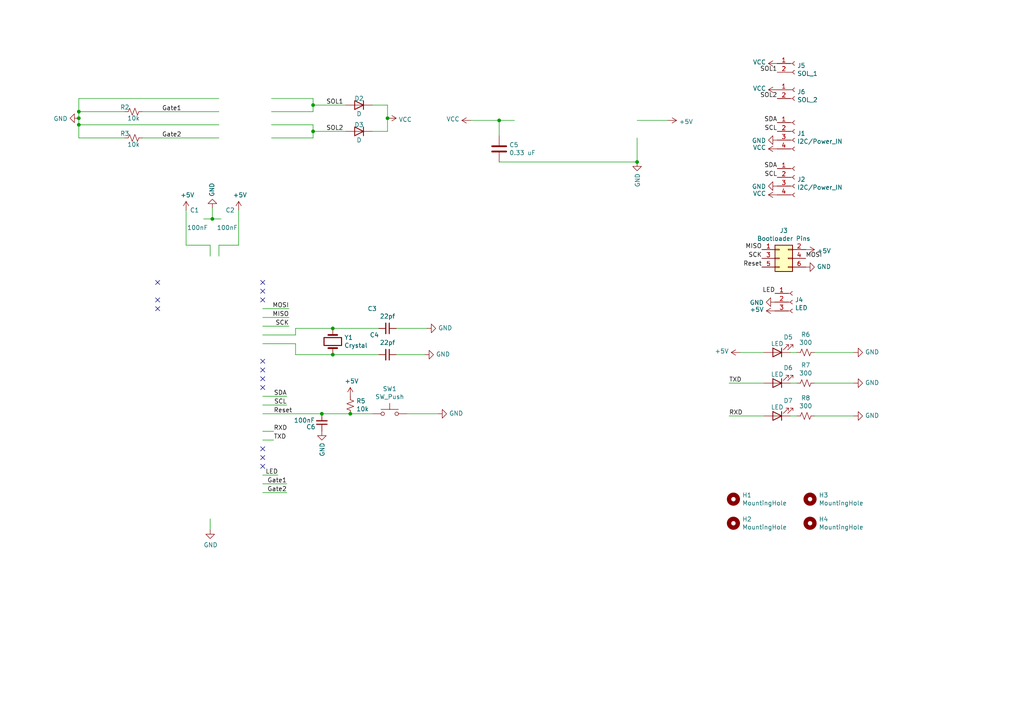
<source format=kicad_sch>
(kicad_sch (version 20211123) (generator eeschema)

  (uuid 48d7f80b-1c18-4841-94a4-f3cb83101392)

  (paper "A4")

  (lib_symbols
    (symbol "Connector:Conn_01x02_Female" (pin_names (offset 1.016) hide) (in_bom yes) (on_board yes)
      (property "Reference" "J" (id 0) (at 0 2.54 0)
        (effects (font (size 1.27 1.27)))
      )
      (property "Value" "Conn_01x02_Female" (id 1) (at 0 -5.08 0)
        (effects (font (size 1.27 1.27)))
      )
      (property "Footprint" "" (id 2) (at 0 0 0)
        (effects (font (size 1.27 1.27)) hide)
      )
      (property "Datasheet" "~" (id 3) (at 0 0 0)
        (effects (font (size 1.27 1.27)) hide)
      )
      (property "ki_keywords" "connector" (id 4) (at 0 0 0)
        (effects (font (size 1.27 1.27)) hide)
      )
      (property "ki_description" "Generic connector, single row, 01x02, script generated (kicad-library-utils/schlib/autogen/connector/)" (id 5) (at 0 0 0)
        (effects (font (size 1.27 1.27)) hide)
      )
      (property "ki_fp_filters" "Connector*:*_1x??_*" (id 6) (at 0 0 0)
        (effects (font (size 1.27 1.27)) hide)
      )
      (symbol "Conn_01x02_Female_1_1"
        (arc (start 0 -2.032) (mid -0.508 -2.54) (end 0 -3.048)
          (stroke (width 0.1524) (type default) (color 0 0 0 0))
          (fill (type none))
        )
        (polyline
          (pts
            (xy -1.27 -2.54)
            (xy -0.508 -2.54)
          )
          (stroke (width 0.1524) (type default) (color 0 0 0 0))
          (fill (type none))
        )
        (polyline
          (pts
            (xy -1.27 0)
            (xy -0.508 0)
          )
          (stroke (width 0.1524) (type default) (color 0 0 0 0))
          (fill (type none))
        )
        (arc (start 0 0.508) (mid -0.508 0) (end 0 -0.508)
          (stroke (width 0.1524) (type default) (color 0 0 0 0))
          (fill (type none))
        )
        (pin passive line (at -5.08 0 0) (length 3.81)
          (name "Pin_1" (effects (font (size 1.27 1.27))))
          (number "1" (effects (font (size 1.27 1.27))))
        )
        (pin passive line (at -5.08 -2.54 0) (length 3.81)
          (name "Pin_2" (effects (font (size 1.27 1.27))))
          (number "2" (effects (font (size 1.27 1.27))))
        )
      )
    )
    (symbol "Connector:Conn_01x03_Female" (pin_names (offset 1.016) hide) (in_bom yes) (on_board yes)
      (property "Reference" "J" (id 0) (at 0 5.08 0)
        (effects (font (size 1.27 1.27)))
      )
      (property "Value" "Conn_01x03_Female" (id 1) (at 0 -5.08 0)
        (effects (font (size 1.27 1.27)))
      )
      (property "Footprint" "" (id 2) (at 0 0 0)
        (effects (font (size 1.27 1.27)) hide)
      )
      (property "Datasheet" "~" (id 3) (at 0 0 0)
        (effects (font (size 1.27 1.27)) hide)
      )
      (property "ki_keywords" "connector" (id 4) (at 0 0 0)
        (effects (font (size 1.27 1.27)) hide)
      )
      (property "ki_description" "Generic connector, single row, 01x03, script generated (kicad-library-utils/schlib/autogen/connector/)" (id 5) (at 0 0 0)
        (effects (font (size 1.27 1.27)) hide)
      )
      (property "ki_fp_filters" "Connector*:*_1x??_*" (id 6) (at 0 0 0)
        (effects (font (size 1.27 1.27)) hide)
      )
      (symbol "Conn_01x03_Female_1_1"
        (arc (start 0 -2.032) (mid -0.508 -2.54) (end 0 -3.048)
          (stroke (width 0.1524) (type default) (color 0 0 0 0))
          (fill (type none))
        )
        (polyline
          (pts
            (xy -1.27 -2.54)
            (xy -0.508 -2.54)
          )
          (stroke (width 0.1524) (type default) (color 0 0 0 0))
          (fill (type none))
        )
        (polyline
          (pts
            (xy -1.27 0)
            (xy -0.508 0)
          )
          (stroke (width 0.1524) (type default) (color 0 0 0 0))
          (fill (type none))
        )
        (polyline
          (pts
            (xy -1.27 2.54)
            (xy -0.508 2.54)
          )
          (stroke (width 0.1524) (type default) (color 0 0 0 0))
          (fill (type none))
        )
        (arc (start 0 0.508) (mid -0.508 0) (end 0 -0.508)
          (stroke (width 0.1524) (type default) (color 0 0 0 0))
          (fill (type none))
        )
        (arc (start 0 3.048) (mid -0.508 2.54) (end 0 2.032)
          (stroke (width 0.1524) (type default) (color 0 0 0 0))
          (fill (type none))
        )
        (pin passive line (at -5.08 2.54 0) (length 3.81)
          (name "Pin_1" (effects (font (size 1.27 1.27))))
          (number "1" (effects (font (size 1.27 1.27))))
        )
        (pin passive line (at -5.08 0 0) (length 3.81)
          (name "Pin_2" (effects (font (size 1.27 1.27))))
          (number "2" (effects (font (size 1.27 1.27))))
        )
        (pin passive line (at -5.08 -2.54 0) (length 3.81)
          (name "Pin_3" (effects (font (size 1.27 1.27))))
          (number "3" (effects (font (size 1.27 1.27))))
        )
      )
    )
    (symbol "Connector:Conn_01x04_Female" (pin_names (offset 1.016) hide) (in_bom yes) (on_board yes)
      (property "Reference" "J" (id 0) (at 0 5.08 0)
        (effects (font (size 1.27 1.27)))
      )
      (property "Value" "Conn_01x04_Female" (id 1) (at 0 -7.62 0)
        (effects (font (size 1.27 1.27)))
      )
      (property "Footprint" "" (id 2) (at 0 0 0)
        (effects (font (size 1.27 1.27)) hide)
      )
      (property "Datasheet" "~" (id 3) (at 0 0 0)
        (effects (font (size 1.27 1.27)) hide)
      )
      (property "ki_keywords" "connector" (id 4) (at 0 0 0)
        (effects (font (size 1.27 1.27)) hide)
      )
      (property "ki_description" "Generic connector, single row, 01x04, script generated (kicad-library-utils/schlib/autogen/connector/)" (id 5) (at 0 0 0)
        (effects (font (size 1.27 1.27)) hide)
      )
      (property "ki_fp_filters" "Connector*:*_1x??_*" (id 6) (at 0 0 0)
        (effects (font (size 1.27 1.27)) hide)
      )
      (symbol "Conn_01x04_Female_1_1"
        (arc (start 0 -4.572) (mid -0.508 -5.08) (end 0 -5.588)
          (stroke (width 0.1524) (type default) (color 0 0 0 0))
          (fill (type none))
        )
        (arc (start 0 -2.032) (mid -0.508 -2.54) (end 0 -3.048)
          (stroke (width 0.1524) (type default) (color 0 0 0 0))
          (fill (type none))
        )
        (polyline
          (pts
            (xy -1.27 -5.08)
            (xy -0.508 -5.08)
          )
          (stroke (width 0.1524) (type default) (color 0 0 0 0))
          (fill (type none))
        )
        (polyline
          (pts
            (xy -1.27 -2.54)
            (xy -0.508 -2.54)
          )
          (stroke (width 0.1524) (type default) (color 0 0 0 0))
          (fill (type none))
        )
        (polyline
          (pts
            (xy -1.27 0)
            (xy -0.508 0)
          )
          (stroke (width 0.1524) (type default) (color 0 0 0 0))
          (fill (type none))
        )
        (polyline
          (pts
            (xy -1.27 2.54)
            (xy -0.508 2.54)
          )
          (stroke (width 0.1524) (type default) (color 0 0 0 0))
          (fill (type none))
        )
        (arc (start 0 0.508) (mid -0.508 0) (end 0 -0.508)
          (stroke (width 0.1524) (type default) (color 0 0 0 0))
          (fill (type none))
        )
        (arc (start 0 3.048) (mid -0.508 2.54) (end 0 2.032)
          (stroke (width 0.1524) (type default) (color 0 0 0 0))
          (fill (type none))
        )
        (pin passive line (at -5.08 2.54 0) (length 3.81)
          (name "Pin_1" (effects (font (size 1.27 1.27))))
          (number "1" (effects (font (size 1.27 1.27))))
        )
        (pin passive line (at -5.08 0 0) (length 3.81)
          (name "Pin_2" (effects (font (size 1.27 1.27))))
          (number "2" (effects (font (size 1.27 1.27))))
        )
        (pin passive line (at -5.08 -2.54 0) (length 3.81)
          (name "Pin_3" (effects (font (size 1.27 1.27))))
          (number "3" (effects (font (size 1.27 1.27))))
        )
        (pin passive line (at -5.08 -5.08 0) (length 3.81)
          (name "Pin_4" (effects (font (size 1.27 1.27))))
          (number "4" (effects (font (size 1.27 1.27))))
        )
      )
    )
    (symbol "Connector_Generic:Conn_02x03_Odd_Even" (pin_names (offset 1.016) hide) (in_bom yes) (on_board yes)
      (property "Reference" "J" (id 0) (at 1.27 5.08 0)
        (effects (font (size 1.27 1.27)))
      )
      (property "Value" "Conn_02x03_Odd_Even" (id 1) (at 1.27 -5.08 0)
        (effects (font (size 1.27 1.27)))
      )
      (property "Footprint" "" (id 2) (at 0 0 0)
        (effects (font (size 1.27 1.27)) hide)
      )
      (property "Datasheet" "~" (id 3) (at 0 0 0)
        (effects (font (size 1.27 1.27)) hide)
      )
      (property "ki_keywords" "connector" (id 4) (at 0 0 0)
        (effects (font (size 1.27 1.27)) hide)
      )
      (property "ki_description" "Generic connector, double row, 02x03, odd/even pin numbering scheme (row 1 odd numbers, row 2 even numbers), script generated (kicad-library-utils/schlib/autogen/connector/)" (id 5) (at 0 0 0)
        (effects (font (size 1.27 1.27)) hide)
      )
      (property "ki_fp_filters" "Connector*:*_2x??_*" (id 6) (at 0 0 0)
        (effects (font (size 1.27 1.27)) hide)
      )
      (symbol "Conn_02x03_Odd_Even_1_1"
        (rectangle (start -1.27 -2.413) (end 0 -2.667)
          (stroke (width 0.1524) (type default) (color 0 0 0 0))
          (fill (type none))
        )
        (rectangle (start -1.27 0.127) (end 0 -0.127)
          (stroke (width 0.1524) (type default) (color 0 0 0 0))
          (fill (type none))
        )
        (rectangle (start -1.27 2.667) (end 0 2.413)
          (stroke (width 0.1524) (type default) (color 0 0 0 0))
          (fill (type none))
        )
        (rectangle (start -1.27 3.81) (end 3.81 -3.81)
          (stroke (width 0.254) (type default) (color 0 0 0 0))
          (fill (type background))
        )
        (rectangle (start 3.81 -2.413) (end 2.54 -2.667)
          (stroke (width 0.1524) (type default) (color 0 0 0 0))
          (fill (type none))
        )
        (rectangle (start 3.81 0.127) (end 2.54 -0.127)
          (stroke (width 0.1524) (type default) (color 0 0 0 0))
          (fill (type none))
        )
        (rectangle (start 3.81 2.667) (end 2.54 2.413)
          (stroke (width 0.1524) (type default) (color 0 0 0 0))
          (fill (type none))
        )
        (pin passive line (at -5.08 2.54 0) (length 3.81)
          (name "Pin_1" (effects (font (size 1.27 1.27))))
          (number "1" (effects (font (size 1.27 1.27))))
        )
        (pin passive line (at 7.62 2.54 180) (length 3.81)
          (name "Pin_2" (effects (font (size 1.27 1.27))))
          (number "2" (effects (font (size 1.27 1.27))))
        )
        (pin passive line (at -5.08 0 0) (length 3.81)
          (name "Pin_3" (effects (font (size 1.27 1.27))))
          (number "3" (effects (font (size 1.27 1.27))))
        )
        (pin passive line (at 7.62 0 180) (length 3.81)
          (name "Pin_4" (effects (font (size 1.27 1.27))))
          (number "4" (effects (font (size 1.27 1.27))))
        )
        (pin passive line (at -5.08 -2.54 0) (length 3.81)
          (name "Pin_5" (effects (font (size 1.27 1.27))))
          (number "5" (effects (font (size 1.27 1.27))))
        )
        (pin passive line (at 7.62 -2.54 180) (length 3.81)
          (name "Pin_6" (effects (font (size 1.27 1.27))))
          (number "6" (effects (font (size 1.27 1.27))))
        )
      )
    )
    (symbol "Device:C" (pin_numbers hide) (pin_names (offset 0.254)) (in_bom yes) (on_board yes)
      (property "Reference" "C" (id 0) (at 0.635 2.54 0)
        (effects (font (size 1.27 1.27)) (justify left))
      )
      (property "Value" "C" (id 1) (at 0.635 -2.54 0)
        (effects (font (size 1.27 1.27)) (justify left))
      )
      (property "Footprint" "" (id 2) (at 0.9652 -3.81 0)
        (effects (font (size 1.27 1.27)) hide)
      )
      (property "Datasheet" "~" (id 3) (at 0 0 0)
        (effects (font (size 1.27 1.27)) hide)
      )
      (property "ki_keywords" "cap capacitor" (id 4) (at 0 0 0)
        (effects (font (size 1.27 1.27)) hide)
      )
      (property "ki_description" "Unpolarized capacitor" (id 5) (at 0 0 0)
        (effects (font (size 1.27 1.27)) hide)
      )
      (property "ki_fp_filters" "C_*" (id 6) (at 0 0 0)
        (effects (font (size 1.27 1.27)) hide)
      )
      (symbol "C_0_1"
        (polyline
          (pts
            (xy -2.032 -0.762)
            (xy 2.032 -0.762)
          )
          (stroke (width 0.508) (type default) (color 0 0 0 0))
          (fill (type none))
        )
        (polyline
          (pts
            (xy -2.032 0.762)
            (xy 2.032 0.762)
          )
          (stroke (width 0.508) (type default) (color 0 0 0 0))
          (fill (type none))
        )
      )
      (symbol "C_1_1"
        (pin passive line (at 0 3.81 270) (length 2.794)
          (name "~" (effects (font (size 1.27 1.27))))
          (number "1" (effects (font (size 1.27 1.27))))
        )
        (pin passive line (at 0 -3.81 90) (length 2.794)
          (name "~" (effects (font (size 1.27 1.27))))
          (number "2" (effects (font (size 1.27 1.27))))
        )
      )
    )
    (symbol "Device:C_Small" (pin_numbers hide) (pin_names (offset 0.254) hide) (in_bom yes) (on_board yes)
      (property "Reference" "C" (id 0) (at 0.254 1.778 0)
        (effects (font (size 1.27 1.27)) (justify left))
      )
      (property "Value" "C_Small" (id 1) (at 0.254 -2.032 0)
        (effects (font (size 1.27 1.27)) (justify left))
      )
      (property "Footprint" "" (id 2) (at 0 0 0)
        (effects (font (size 1.27 1.27)) hide)
      )
      (property "Datasheet" "~" (id 3) (at 0 0 0)
        (effects (font (size 1.27 1.27)) hide)
      )
      (property "ki_keywords" "capacitor cap" (id 4) (at 0 0 0)
        (effects (font (size 1.27 1.27)) hide)
      )
      (property "ki_description" "Unpolarized capacitor, small symbol" (id 5) (at 0 0 0)
        (effects (font (size 1.27 1.27)) hide)
      )
      (property "ki_fp_filters" "C_*" (id 6) (at 0 0 0)
        (effects (font (size 1.27 1.27)) hide)
      )
      (symbol "C_Small_0_1"
        (polyline
          (pts
            (xy -1.524 -0.508)
            (xy 1.524 -0.508)
          )
          (stroke (width 0.3302) (type default) (color 0 0 0 0))
          (fill (type none))
        )
        (polyline
          (pts
            (xy -1.524 0.508)
            (xy 1.524 0.508)
          )
          (stroke (width 0.3048) (type default) (color 0 0 0 0))
          (fill (type none))
        )
      )
      (symbol "C_Small_1_1"
        (pin passive line (at 0 2.54 270) (length 2.032)
          (name "~" (effects (font (size 1.27 1.27))))
          (number "1" (effects (font (size 1.27 1.27))))
        )
        (pin passive line (at 0 -2.54 90) (length 2.032)
          (name "~" (effects (font (size 1.27 1.27))))
          (number "2" (effects (font (size 1.27 1.27))))
        )
      )
    )
    (symbol "Device:Crystal" (pin_numbers hide) (pin_names (offset 1.016) hide) (in_bom yes) (on_board yes)
      (property "Reference" "Y" (id 0) (at 0 3.81 0)
        (effects (font (size 1.27 1.27)))
      )
      (property "Value" "Crystal" (id 1) (at 0 -3.81 0)
        (effects (font (size 1.27 1.27)))
      )
      (property "Footprint" "" (id 2) (at 0 0 0)
        (effects (font (size 1.27 1.27)) hide)
      )
      (property "Datasheet" "~" (id 3) (at 0 0 0)
        (effects (font (size 1.27 1.27)) hide)
      )
      (property "ki_keywords" "quartz ceramic resonator oscillator" (id 4) (at 0 0 0)
        (effects (font (size 1.27 1.27)) hide)
      )
      (property "ki_description" "Two pin crystal" (id 5) (at 0 0 0)
        (effects (font (size 1.27 1.27)) hide)
      )
      (property "ki_fp_filters" "Crystal*" (id 6) (at 0 0 0)
        (effects (font (size 1.27 1.27)) hide)
      )
      (symbol "Crystal_0_1"
        (rectangle (start -1.143 2.54) (end 1.143 -2.54)
          (stroke (width 0.3048) (type default) (color 0 0 0 0))
          (fill (type none))
        )
        (polyline
          (pts
            (xy -2.54 0)
            (xy -1.905 0)
          )
          (stroke (width 0) (type default) (color 0 0 0 0))
          (fill (type none))
        )
        (polyline
          (pts
            (xy -1.905 -1.27)
            (xy -1.905 1.27)
          )
          (stroke (width 0.508) (type default) (color 0 0 0 0))
          (fill (type none))
        )
        (polyline
          (pts
            (xy 1.905 -1.27)
            (xy 1.905 1.27)
          )
          (stroke (width 0.508) (type default) (color 0 0 0 0))
          (fill (type none))
        )
        (polyline
          (pts
            (xy 2.54 0)
            (xy 1.905 0)
          )
          (stroke (width 0) (type default) (color 0 0 0 0))
          (fill (type none))
        )
      )
      (symbol "Crystal_1_1"
        (pin passive line (at -3.81 0 0) (length 1.27)
          (name "1" (effects (font (size 1.27 1.27))))
          (number "1" (effects (font (size 1.27 1.27))))
        )
        (pin passive line (at 3.81 0 180) (length 1.27)
          (name "2" (effects (font (size 1.27 1.27))))
          (number "2" (effects (font (size 1.27 1.27))))
        )
      )
    )
    (symbol "Device:D" (pin_numbers hide) (pin_names (offset 1.016) hide) (in_bom yes) (on_board yes)
      (property "Reference" "D" (id 0) (at 0 2.54 0)
        (effects (font (size 1.27 1.27)))
      )
      (property "Value" "D" (id 1) (at 0 -2.54 0)
        (effects (font (size 1.27 1.27)))
      )
      (property "Footprint" "" (id 2) (at 0 0 0)
        (effects (font (size 1.27 1.27)) hide)
      )
      (property "Datasheet" "~" (id 3) (at 0 0 0)
        (effects (font (size 1.27 1.27)) hide)
      )
      (property "ki_keywords" "diode" (id 4) (at 0 0 0)
        (effects (font (size 1.27 1.27)) hide)
      )
      (property "ki_description" "Diode" (id 5) (at 0 0 0)
        (effects (font (size 1.27 1.27)) hide)
      )
      (property "ki_fp_filters" "TO-???* *_Diode_* *SingleDiode* D_*" (id 6) (at 0 0 0)
        (effects (font (size 1.27 1.27)) hide)
      )
      (symbol "D_0_1"
        (polyline
          (pts
            (xy -1.27 1.27)
            (xy -1.27 -1.27)
          )
          (stroke (width 0.254) (type default) (color 0 0 0 0))
          (fill (type none))
        )
        (polyline
          (pts
            (xy 1.27 0)
            (xy -1.27 0)
          )
          (stroke (width 0) (type default) (color 0 0 0 0))
          (fill (type none))
        )
        (polyline
          (pts
            (xy 1.27 1.27)
            (xy 1.27 -1.27)
            (xy -1.27 0)
            (xy 1.27 1.27)
          )
          (stroke (width 0.254) (type default) (color 0 0 0 0))
          (fill (type none))
        )
      )
      (symbol "D_1_1"
        (pin passive line (at -3.81 0 0) (length 2.54)
          (name "K" (effects (font (size 1.27 1.27))))
          (number "1" (effects (font (size 1.27 1.27))))
        )
        (pin passive line (at 3.81 0 180) (length 2.54)
          (name "A" (effects (font (size 1.27 1.27))))
          (number "2" (effects (font (size 1.27 1.27))))
        )
      )
    )
    (symbol "Device:LED" (pin_numbers hide) (pin_names (offset 1.016) hide) (in_bom yes) (on_board yes)
      (property "Reference" "D" (id 0) (at 0 2.54 0)
        (effects (font (size 1.27 1.27)))
      )
      (property "Value" "LED" (id 1) (at 0 -2.54 0)
        (effects (font (size 1.27 1.27)))
      )
      (property "Footprint" "" (id 2) (at 0 0 0)
        (effects (font (size 1.27 1.27)) hide)
      )
      (property "Datasheet" "~" (id 3) (at 0 0 0)
        (effects (font (size 1.27 1.27)) hide)
      )
      (property "ki_keywords" "LED diode" (id 4) (at 0 0 0)
        (effects (font (size 1.27 1.27)) hide)
      )
      (property "ki_description" "Light emitting diode" (id 5) (at 0 0 0)
        (effects (font (size 1.27 1.27)) hide)
      )
      (property "ki_fp_filters" "LED* LED_SMD:* LED_THT:*" (id 6) (at 0 0 0)
        (effects (font (size 1.27 1.27)) hide)
      )
      (symbol "LED_0_1"
        (polyline
          (pts
            (xy -1.27 -1.27)
            (xy -1.27 1.27)
          )
          (stroke (width 0.254) (type default) (color 0 0 0 0))
          (fill (type none))
        )
        (polyline
          (pts
            (xy -1.27 0)
            (xy 1.27 0)
          )
          (stroke (width 0) (type default) (color 0 0 0 0))
          (fill (type none))
        )
        (polyline
          (pts
            (xy 1.27 -1.27)
            (xy 1.27 1.27)
            (xy -1.27 0)
            (xy 1.27 -1.27)
          )
          (stroke (width 0.254) (type default) (color 0 0 0 0))
          (fill (type none))
        )
        (polyline
          (pts
            (xy -3.048 -0.762)
            (xy -4.572 -2.286)
            (xy -3.81 -2.286)
            (xy -4.572 -2.286)
            (xy -4.572 -1.524)
          )
          (stroke (width 0) (type default) (color 0 0 0 0))
          (fill (type none))
        )
        (polyline
          (pts
            (xy -1.778 -0.762)
            (xy -3.302 -2.286)
            (xy -2.54 -2.286)
            (xy -3.302 -2.286)
            (xy -3.302 -1.524)
          )
          (stroke (width 0) (type default) (color 0 0 0 0))
          (fill (type none))
        )
      )
      (symbol "LED_1_1"
        (pin passive line (at -3.81 0 0) (length 2.54)
          (name "K" (effects (font (size 1.27 1.27))))
          (number "1" (effects (font (size 1.27 1.27))))
        )
        (pin passive line (at 3.81 0 180) (length 2.54)
          (name "A" (effects (font (size 1.27 1.27))))
          (number "2" (effects (font (size 1.27 1.27))))
        )
      )
    )
    (symbol "Device:R_Small_US" (pin_numbers hide) (pin_names (offset 0.254) hide) (in_bom yes) (on_board yes)
      (property "Reference" "R" (id 0) (at 0.762 0.508 0)
        (effects (font (size 1.27 1.27)) (justify left))
      )
      (property "Value" "R_Small_US" (id 1) (at 0.762 -1.016 0)
        (effects (font (size 1.27 1.27)) (justify left))
      )
      (property "Footprint" "" (id 2) (at 0 0 0)
        (effects (font (size 1.27 1.27)) hide)
      )
      (property "Datasheet" "~" (id 3) (at 0 0 0)
        (effects (font (size 1.27 1.27)) hide)
      )
      (property "ki_keywords" "r resistor" (id 4) (at 0 0 0)
        (effects (font (size 1.27 1.27)) hide)
      )
      (property "ki_description" "Resistor, small US symbol" (id 5) (at 0 0 0)
        (effects (font (size 1.27 1.27)) hide)
      )
      (property "ki_fp_filters" "R_*" (id 6) (at 0 0 0)
        (effects (font (size 1.27 1.27)) hide)
      )
      (symbol "R_Small_US_1_1"
        (polyline
          (pts
            (xy 0 0)
            (xy 1.016 -0.381)
            (xy 0 -0.762)
            (xy -1.016 -1.143)
            (xy 0 -1.524)
          )
          (stroke (width 0) (type default) (color 0 0 0 0))
          (fill (type none))
        )
        (polyline
          (pts
            (xy 0 1.524)
            (xy 1.016 1.143)
            (xy 0 0.762)
            (xy -1.016 0.381)
            (xy 0 0)
          )
          (stroke (width 0) (type default) (color 0 0 0 0))
          (fill (type none))
        )
        (pin passive line (at 0 2.54 270) (length 1.016)
          (name "~" (effects (font (size 1.27 1.27))))
          (number "1" (effects (font (size 1.27 1.27))))
        )
        (pin passive line (at 0 -2.54 90) (length 1.016)
          (name "~" (effects (font (size 1.27 1.27))))
          (number "2" (effects (font (size 1.27 1.27))))
        )
      )
    )
    (symbol "Mechanical:MountingHole" (pin_names (offset 1.016)) (in_bom yes) (on_board yes)
      (property "Reference" "H" (id 0) (at 0 5.08 0)
        (effects (font (size 1.27 1.27)))
      )
      (property "Value" "MountingHole" (id 1) (at 0 3.175 0)
        (effects (font (size 1.27 1.27)))
      )
      (property "Footprint" "" (id 2) (at 0 0 0)
        (effects (font (size 1.27 1.27)) hide)
      )
      (property "Datasheet" "~" (id 3) (at 0 0 0)
        (effects (font (size 1.27 1.27)) hide)
      )
      (property "ki_keywords" "mounting hole" (id 4) (at 0 0 0)
        (effects (font (size 1.27 1.27)) hide)
      )
      (property "ki_description" "Mounting Hole without connection" (id 5) (at 0 0 0)
        (effects (font (size 1.27 1.27)) hide)
      )
      (property "ki_fp_filters" "MountingHole*" (id 6) (at 0 0 0)
        (effects (font (size 1.27 1.27)) hide)
      )
      (symbol "MountingHole_0_1"
        (circle (center 0 0) (radius 1.27)
          (stroke (width 1.27) (type default) (color 0 0 0 0))
          (fill (type none))
        )
      )
    )
    (symbol "Switch:SW_Push" (pin_numbers hide) (pin_names (offset 1.016) hide) (in_bom yes) (on_board yes)
      (property "Reference" "SW" (id 0) (at 1.27 2.54 0)
        (effects (font (size 1.27 1.27)) (justify left))
      )
      (property "Value" "SW_Push" (id 1) (at 0 -1.524 0)
        (effects (font (size 1.27 1.27)))
      )
      (property "Footprint" "" (id 2) (at 0 5.08 0)
        (effects (font (size 1.27 1.27)) hide)
      )
      (property "Datasheet" "~" (id 3) (at 0 5.08 0)
        (effects (font (size 1.27 1.27)) hide)
      )
      (property "ki_keywords" "switch normally-open pushbutton push-button" (id 4) (at 0 0 0)
        (effects (font (size 1.27 1.27)) hide)
      )
      (property "ki_description" "Push button switch, generic, two pins" (id 5) (at 0 0 0)
        (effects (font (size 1.27 1.27)) hide)
      )
      (symbol "SW_Push_0_1"
        (circle (center -2.032 0) (radius 0.508)
          (stroke (width 0) (type default) (color 0 0 0 0))
          (fill (type none))
        )
        (polyline
          (pts
            (xy 0 1.27)
            (xy 0 3.048)
          )
          (stroke (width 0) (type default) (color 0 0 0 0))
          (fill (type none))
        )
        (polyline
          (pts
            (xy 2.54 1.27)
            (xy -2.54 1.27)
          )
          (stroke (width 0) (type default) (color 0 0 0 0))
          (fill (type none))
        )
        (circle (center 2.032 0) (radius 0.508)
          (stroke (width 0) (type default) (color 0 0 0 0))
          (fill (type none))
        )
        (pin passive line (at -5.08 0 0) (length 2.54)
          (name "1" (effects (font (size 1.27 1.27))))
          (number "1" (effects (font (size 1.27 1.27))))
        )
        (pin passive line (at 5.08 0 180) (length 2.54)
          (name "2" (effects (font (size 1.27 1.27))))
          (number "2" (effects (font (size 1.27 1.27))))
        )
      )
    )
    (symbol "power:+5V" (power) (pin_names (offset 0)) (in_bom yes) (on_board yes)
      (property "Reference" "#PWR" (id 0) (at 0 -3.81 0)
        (effects (font (size 1.27 1.27)) hide)
      )
      (property "Value" "+5V" (id 1) (at 0 3.556 0)
        (effects (font (size 1.27 1.27)))
      )
      (property "Footprint" "" (id 2) (at 0 0 0)
        (effects (font (size 1.27 1.27)) hide)
      )
      (property "Datasheet" "" (id 3) (at 0 0 0)
        (effects (font (size 1.27 1.27)) hide)
      )
      (property "ki_keywords" "power-flag" (id 4) (at 0 0 0)
        (effects (font (size 1.27 1.27)) hide)
      )
      (property "ki_description" "Power symbol creates a global label with name \"+5V\"" (id 5) (at 0 0 0)
        (effects (font (size 1.27 1.27)) hide)
      )
      (symbol "+5V_0_1"
        (polyline
          (pts
            (xy -0.762 1.27)
            (xy 0 2.54)
          )
          (stroke (width 0) (type default) (color 0 0 0 0))
          (fill (type none))
        )
        (polyline
          (pts
            (xy 0 0)
            (xy 0 2.54)
          )
          (stroke (width 0) (type default) (color 0 0 0 0))
          (fill (type none))
        )
        (polyline
          (pts
            (xy 0 2.54)
            (xy 0.762 1.27)
          )
          (stroke (width 0) (type default) (color 0 0 0 0))
          (fill (type none))
        )
      )
      (symbol "+5V_1_1"
        (pin power_in line (at 0 0 90) (length 0) hide
          (name "+5V" (effects (font (size 1.27 1.27))))
          (number "1" (effects (font (size 1.27 1.27))))
        )
      )
    )
    (symbol "power:GND" (power) (pin_names (offset 0)) (in_bom yes) (on_board yes)
      (property "Reference" "#PWR" (id 0) (at 0 -6.35 0)
        (effects (font (size 1.27 1.27)) hide)
      )
      (property "Value" "GND" (id 1) (at 0 -3.81 0)
        (effects (font (size 1.27 1.27)))
      )
      (property "Footprint" "" (id 2) (at 0 0 0)
        (effects (font (size 1.27 1.27)) hide)
      )
      (property "Datasheet" "" (id 3) (at 0 0 0)
        (effects (font (size 1.27 1.27)) hide)
      )
      (property "ki_keywords" "power-flag" (id 4) (at 0 0 0)
        (effects (font (size 1.27 1.27)) hide)
      )
      (property "ki_description" "Power symbol creates a global label with name \"GND\" , ground" (id 5) (at 0 0 0)
        (effects (font (size 1.27 1.27)) hide)
      )
      (symbol "GND_0_1"
        (polyline
          (pts
            (xy 0 0)
            (xy 0 -1.27)
            (xy 1.27 -1.27)
            (xy 0 -2.54)
            (xy -1.27 -1.27)
            (xy 0 -1.27)
          )
          (stroke (width 0) (type default) (color 0 0 0 0))
          (fill (type none))
        )
      )
      (symbol "GND_1_1"
        (pin power_in line (at 0 0 270) (length 0) hide
          (name "GND" (effects (font (size 1.27 1.27))))
          (number "1" (effects (font (size 1.27 1.27))))
        )
      )
    )
    (symbol "power:VCC" (power) (pin_names (offset 0)) (in_bom yes) (on_board yes)
      (property "Reference" "#PWR" (id 0) (at 0 -3.81 0)
        (effects (font (size 1.27 1.27)) hide)
      )
      (property "Value" "VCC" (id 1) (at 0 3.81 0)
        (effects (font (size 1.27 1.27)))
      )
      (property "Footprint" "" (id 2) (at 0 0 0)
        (effects (font (size 1.27 1.27)) hide)
      )
      (property "Datasheet" "" (id 3) (at 0 0 0)
        (effects (font (size 1.27 1.27)) hide)
      )
      (property "ki_keywords" "power-flag" (id 4) (at 0 0 0)
        (effects (font (size 1.27 1.27)) hide)
      )
      (property "ki_description" "Power symbol creates a global label with name \"VCC\"" (id 5) (at 0 0 0)
        (effects (font (size 1.27 1.27)) hide)
      )
      (symbol "VCC_0_1"
        (polyline
          (pts
            (xy -0.762 1.27)
            (xy 0 2.54)
          )
          (stroke (width 0) (type default) (color 0 0 0 0))
          (fill (type none))
        )
        (polyline
          (pts
            (xy 0 0)
            (xy 0 2.54)
          )
          (stroke (width 0) (type default) (color 0 0 0 0))
          (fill (type none))
        )
        (polyline
          (pts
            (xy 0 2.54)
            (xy 0.762 1.27)
          )
          (stroke (width 0) (type default) (color 0 0 0 0))
          (fill (type none))
        )
      )
      (symbol "VCC_1_1"
        (pin power_in line (at 0 0 90) (length 0) hide
          (name "VCC" (effects (font (size 1.27 1.27))))
          (number "1" (effects (font (size 1.27 1.27))))
        )
      )
    )
  )

  (junction (at 22.86 32.385) (diameter 0) (color 0 0 0 0)
    (uuid 0ced4f7f-d22a-45f9-b232-13861fc184e4)
  )
  (junction (at 90.805 38.1) (diameter 0) (color 0 0 0 0)
    (uuid 37a78a76-419c-449d-afaa-2c969c9df484)
  )
  (junction (at 93.345 120.015) (diameter 0) (color 0 0 0 0)
    (uuid 681c7591-8880-4899-a52e-867c99f48259)
  )
  (junction (at 112.395 34.29) (diameter 0) (color 0 0 0 0)
    (uuid 6bb9135f-1742-4560-a06b-77cdcadeede2)
  )
  (junction (at 61.595 63.5) (diameter 0) (color 0 0 0 0)
    (uuid 7795e6a8-8266-4c47-a72f-fc0f44cf000c)
  )
  (junction (at 96.52 102.87) (diameter 0) (color 0 0 0 0)
    (uuid 786b5863-c313-45d5-b10e-9783a0c25758)
  )
  (junction (at 22.86 34.29) (diameter 0) (color 0 0 0 0)
    (uuid 89eb53b6-25fe-457e-a572-f0e2d20095e1)
  )
  (junction (at 144.78 34.925) (diameter 0) (color 0 0 0 0)
    (uuid 8a6d2598-977b-4468-8d33-c8140cfa76cd)
  )
  (junction (at 184.785 46.99) (diameter 0) (color 0 0 0 0)
    (uuid 8d1ba9ea-48b0-4f66-8321-68636b520706)
  )
  (junction (at 96.52 95.25) (diameter 0) (color 0 0 0 0)
    (uuid 8d4b1434-d226-4107-b07b-99aef098c31f)
  )
  (junction (at 90.805 30.48) (diameter 0) (color 0 0 0 0)
    (uuid caa7b755-6fbb-4c74-9f66-d52915b5d218)
  )
  (junction (at 101.6 120.015) (diameter 0) (color 0 0 0 0)
    (uuid d3758b08-751b-49e7-bfcb-df882ebbc905)
  )
  (junction (at 22.86 36.195) (diameter 0) (color 0 0 0 0)
    (uuid f74e888e-6f60-4366-a283-e4bd660ba31d)
  )

  (no_connect (at 76.2 132.715) (uuid 036cef99-8a6b-4a72-a682-9ce5eb0f6d4a))
  (no_connect (at 76.2 135.255) (uuid 0b4dab53-afd3-4c7f-8c07-61b6124a4a65))
  (no_connect (at 76.2 104.775) (uuid 11155906-5fd4-47b0-a3d8-0e685ea02afe))
  (no_connect (at 76.2 84.455) (uuid 1852ae3e-f2bb-4822-88d0-83cc3056c068))
  (no_connect (at 45.72 81.915) (uuid 203e0574-4946-4b33-aeae-e13e8b079f4e))
  (no_connect (at 76.2 112.395) (uuid 31cc6249-0a6f-40b9-ba97-f49003b36ddc))
  (no_connect (at 76.2 86.995) (uuid 3c3cc5ae-2e84-4c6a-82d9-fb737924248b))
  (no_connect (at 76.2 81.915) (uuid 505ece24-ba9d-4b0d-bbc6-63032b15b72a))
  (no_connect (at 45.72 86.995) (uuid 67793a8e-9360-4b3a-9e7f-f60472698f4f))
  (no_connect (at 76.2 130.175) (uuid 67cc0ba3-d1d1-44c1-98ea-63dcdc219650))
  (no_connect (at 76.2 107.315) (uuid 7100f58c-6c37-4be6-b1f5-3c0dbb720627))
  (no_connect (at 45.72 89.535) (uuid 9958de6c-dfa2-4524-aa1e-202038789aa9))
  (no_connect (at 76.2 109.855) (uuid b4cdff1f-9720-49ad-a73e-bf925d26af31))

  (wire (pts (xy 41.275 32.385) (xy 63.5 32.385))
    (stroke (width 0) (type default) (color 0 0 0 0))
    (uuid 05cb1fe2-7f0d-4153-8f40-6948cded1c86)
  )
  (wire (pts (xy 22.86 40.005) (xy 36.195 40.005))
    (stroke (width 0) (type default) (color 0 0 0 0))
    (uuid 0a79bf80-6278-4730-8a66-ae98a55dd2b2)
  )
  (wire (pts (xy 83.185 142.875) (xy 76.2 142.875))
    (stroke (width 0) (type default) (color 0 0 0 0))
    (uuid 0cebbfe0-45eb-45b6-9bd0-f1c7779e81ee)
  )
  (wire (pts (xy 107.95 38.1) (xy 112.395 38.1))
    (stroke (width 0) (type default) (color 0 0 0 0))
    (uuid 0ecad4b2-3831-495f-ba64-88f071d07fe1)
  )
  (wire (pts (xy 90.805 40.005) (xy 78.74 40.005))
    (stroke (width 0) (type default) (color 0 0 0 0))
    (uuid 227dd642-8636-46aa-b8b3-4d504267ff11)
  )
  (wire (pts (xy 231.14 111.125) (xy 229.235 111.125))
    (stroke (width 0) (type default) (color 0 0 0 0))
    (uuid 23a694be-24cd-4818-a054-74dc33e59190)
  )
  (wire (pts (xy 214.63 102.235) (xy 221.615 102.235))
    (stroke (width 0) (type default) (color 0 0 0 0))
    (uuid 23c9109b-a2db-4bd5-8397-5f34fb4f8328)
  )
  (wire (pts (xy 96.52 102.87) (xy 109.855 102.87))
    (stroke (width 0) (type default) (color 0 0 0 0))
    (uuid 27332518-2218-4748-9db1-dcb43cf1c05b)
  )
  (wire (pts (xy 78.74 36.195) (xy 90.805 36.195))
    (stroke (width 0) (type default) (color 0 0 0 0))
    (uuid 2784019e-8077-499c-981b-22b48bd70803)
  )
  (wire (pts (xy 136.525 34.925) (xy 144.78 34.925))
    (stroke (width 0) (type default) (color 0 0 0 0))
    (uuid 2b8216a2-c165-43aa-8f01-03bdb2710c7d)
  )
  (wire (pts (xy 236.22 102.235) (xy 247.65 102.235))
    (stroke (width 0) (type default) (color 0 0 0 0))
    (uuid 32504f7d-8cf8-4c1d-92d4-6f376a3064da)
  )
  (wire (pts (xy 76.2 92.075) (xy 83.82 92.075))
    (stroke (width 0) (type default) (color 0 0 0 0))
    (uuid 3594fd94-07da-4717-9ce0-203556271044)
  )
  (wire (pts (xy 85.725 99.695) (xy 85.725 102.87))
    (stroke (width 0) (type default) (color 0 0 0 0))
    (uuid 365be53f-ce5f-47b0-a830-f4ee6c661842)
  )
  (wire (pts (xy 85.725 102.87) (xy 96.52 102.87))
    (stroke (width 0) (type default) (color 0 0 0 0))
    (uuid 38e252ee-49ac-484c-85c4-37f20f4c07c0)
  )
  (wire (pts (xy 112.395 38.1) (xy 112.395 34.29))
    (stroke (width 0) (type default) (color 0 0 0 0))
    (uuid 3aef293e-1861-4ec0-9bc4-205a1d145ba1)
  )
  (wire (pts (xy 236.22 120.65) (xy 247.65 120.65))
    (stroke (width 0) (type default) (color 0 0 0 0))
    (uuid 3c0003ad-a5c9-45bf-9144-b7c98ea84450)
  )
  (wire (pts (xy 76.2 120.015) (xy 93.345 120.015))
    (stroke (width 0) (type default) (color 0 0 0 0))
    (uuid 49a6a7a7-3c50-4045-bdf4-32f7e677495f)
  )
  (wire (pts (xy 61.595 60.325) (xy 61.595 63.5))
    (stroke (width 0) (type default) (color 0 0 0 0))
    (uuid 50f667c0-12e8-426a-a8e0-761c11501107)
  )
  (wire (pts (xy 85.725 97.155) (xy 85.725 95.25))
    (stroke (width 0) (type default) (color 0 0 0 0))
    (uuid 52165e42-695c-4559-8a42-facdf712f5ed)
  )
  (wire (pts (xy 76.2 127.635) (xy 79.375 127.635))
    (stroke (width 0) (type default) (color 0 0 0 0))
    (uuid 5671ea8f-1b0a-4f00-be0e-9aea47f50234)
  )
  (wire (pts (xy 78.74 28.575) (xy 90.805 28.575))
    (stroke (width 0) (type default) (color 0 0 0 0))
    (uuid 64c95646-b0a6-4353-a696-4e981061b49c)
  )
  (wire (pts (xy 123.825 95.25) (xy 114.935 95.25))
    (stroke (width 0) (type default) (color 0 0 0 0))
    (uuid 6c743fff-5b14-4739-9941-bdd029d274b2)
  )
  (wire (pts (xy 236.22 111.125) (xy 247.65 111.125))
    (stroke (width 0) (type default) (color 0 0 0 0))
    (uuid 70de2c60-6bc6-41c2-8f17-5047965e9685)
  )
  (wire (pts (xy 123.19 102.87) (xy 114.935 102.87))
    (stroke (width 0) (type default) (color 0 0 0 0))
    (uuid 732ef67b-bdc4-4528-827d-8a9de1961cd1)
  )
  (wire (pts (xy 144.78 46.99) (xy 184.785 46.99))
    (stroke (width 0) (type default) (color 0 0 0 0))
    (uuid 742d55a2-9e19-461e-89cf-c278d0da774a)
  )
  (wire (pts (xy 80.645 137.795) (xy 76.2 137.795))
    (stroke (width 0) (type default) (color 0 0 0 0))
    (uuid 748340bd-1c19-4eaf-9291-23a20b3e0897)
  )
  (wire (pts (xy 90.805 30.48) (xy 90.805 32.385))
    (stroke (width 0) (type default) (color 0 0 0 0))
    (uuid 7a747370-e3a7-4f53-b544-baf53034ae58)
  )
  (wire (pts (xy 53.975 71.12) (xy 60.96 71.12))
    (stroke (width 0) (type default) (color 0 0 0 0))
    (uuid 7ba4dc4e-c5fc-4e15-b98f-7268bb0cc664)
  )
  (wire (pts (xy 184.785 34.925) (xy 193.675 34.925))
    (stroke (width 0) (type default) (color 0 0 0 0))
    (uuid 8016d5de-0b37-4027-8d5f-f95cfb79023b)
  )
  (wire (pts (xy 107.95 120.015) (xy 101.6 120.015))
    (stroke (width 0) (type default) (color 0 0 0 0))
    (uuid 80510448-b9a3-446c-a3e3-2b453869b84b)
  )
  (wire (pts (xy 231.14 102.235) (xy 229.235 102.235))
    (stroke (width 0) (type default) (color 0 0 0 0))
    (uuid 82a0bf50-88c9-496e-9d14-5165e69657b9)
  )
  (wire (pts (xy 76.2 140.335) (xy 83.185 140.335))
    (stroke (width 0) (type default) (color 0 0 0 0))
    (uuid 850d1439-602c-4b0b-a479-e0d70e35ee0a)
  )
  (wire (pts (xy 76.2 114.935) (xy 83.185 114.935))
    (stroke (width 0) (type default) (color 0 0 0 0))
    (uuid 8778cc08-15ea-4790-bfd8-e12a7446ebef)
  )
  (wire (pts (xy 61.595 63.5) (xy 64.135 63.5))
    (stroke (width 0) (type default) (color 0 0 0 0))
    (uuid 8784d10c-0ac0-4c4e-8e62-fedd2301d30c)
  )
  (wire (pts (xy 63.5 74.295) (xy 63.5 71.12))
    (stroke (width 0) (type default) (color 0 0 0 0))
    (uuid 89557d16-6871-44a9-9900-db9f16433953)
  )
  (wire (pts (xy 22.86 32.385) (xy 22.86 28.575))
    (stroke (width 0) (type default) (color 0 0 0 0))
    (uuid 8b6d97f9-face-4068-9e2a-62fb3e9894a4)
  )
  (wire (pts (xy 90.805 28.575) (xy 90.805 30.48))
    (stroke (width 0) (type default) (color 0 0 0 0))
    (uuid 8bcb2ac0-60f2-4c4a-8706-ddbf2ad0834c)
  )
  (wire (pts (xy 22.86 36.195) (xy 22.86 40.005))
    (stroke (width 0) (type default) (color 0 0 0 0))
    (uuid 967e52a6-3f6c-49fa-b27f-934b751ac6c4)
  )
  (wire (pts (xy 36.195 32.385) (xy 22.86 32.385))
    (stroke (width 0) (type default) (color 0 0 0 0))
    (uuid 9872649e-2fc2-482d-a79a-d171f23d62f0)
  )
  (wire (pts (xy 100.33 38.1) (xy 90.805 38.1))
    (stroke (width 0) (type default) (color 0 0 0 0))
    (uuid 98dc43e7-487c-4a31-8d5d-dd0b994c4a05)
  )
  (wire (pts (xy 79.375 125.095) (xy 76.2 125.095))
    (stroke (width 0) (type default) (color 0 0 0 0))
    (uuid a2de9c29-a79c-4e71-b963-69288321f38f)
  )
  (wire (pts (xy 78.74 32.385) (xy 90.805 32.385))
    (stroke (width 0) (type default) (color 0 0 0 0))
    (uuid a625536d-220a-4079-a3e8-d3614029a97f)
  )
  (wire (pts (xy 90.805 30.48) (xy 100.33 30.48))
    (stroke (width 0) (type default) (color 0 0 0 0))
    (uuid a6bfb382-f69a-4e4e-b1e4-b894c2b26e4f)
  )
  (wire (pts (xy 76.2 99.695) (xy 85.725 99.695))
    (stroke (width 0) (type default) (color 0 0 0 0))
    (uuid a77f2d0c-d248-4cec-9f3f-51946e1b0928)
  )
  (wire (pts (xy 22.86 34.29) (xy 22.86 32.385))
    (stroke (width 0) (type default) (color 0 0 0 0))
    (uuid ad4d3bd1-7295-4eea-a5c5-a926366f2281)
  )
  (wire (pts (xy 60.96 71.12) (xy 60.96 74.295))
    (stroke (width 0) (type default) (color 0 0 0 0))
    (uuid ae0faed9-94aa-4130-8e05-7d06ef4b74ff)
  )
  (wire (pts (xy 90.805 38.1) (xy 90.805 40.005))
    (stroke (width 0) (type default) (color 0 0 0 0))
    (uuid af247ce9-4d45-4565-9f3d-f7c6954a6cff)
  )
  (wire (pts (xy 93.345 120.015) (xy 101.6 120.015))
    (stroke (width 0) (type default) (color 0 0 0 0))
    (uuid af2b88d3-15af-40c8-ba7e-dcc48d8702db)
  )
  (wire (pts (xy 231.14 120.65) (xy 229.235 120.65))
    (stroke (width 0) (type default) (color 0 0 0 0))
    (uuid afd6fb87-d45c-4852-9f08-1c8c55a437eb)
  )
  (wire (pts (xy 41.275 40.005) (xy 63.5 40.005))
    (stroke (width 0) (type default) (color 0 0 0 0))
    (uuid b1affcb2-a195-4052-a0b6-49a102aac823)
  )
  (wire (pts (xy 90.805 36.195) (xy 90.805 38.1))
    (stroke (width 0) (type default) (color 0 0 0 0))
    (uuid b42f649e-544c-42b2-8d29-b639e2cf108d)
  )
  (wire (pts (xy 211.455 111.125) (xy 221.615 111.125))
    (stroke (width 0) (type default) (color 0 0 0 0))
    (uuid b6a7cdad-baa2-4b72-8ff4-a00d0bfa7d6c)
  )
  (wire (pts (xy 96.52 95.25) (xy 109.855 95.25))
    (stroke (width 0) (type default) (color 0 0 0 0))
    (uuid bb6c109c-f1b9-4e81-9994-2cefe33b0c2d)
  )
  (wire (pts (xy 59.055 63.5) (xy 61.595 63.5))
    (stroke (width 0) (type default) (color 0 0 0 0))
    (uuid bdba4b48-14fc-49aa-ba57-360155dd7fd1)
  )
  (wire (pts (xy 60.96 153.67) (xy 60.96 150.495))
    (stroke (width 0) (type default) (color 0 0 0 0))
    (uuid bfbbf18a-daf0-4961-b472-eb571183beb8)
  )
  (wire (pts (xy 85.725 95.25) (xy 96.52 95.25))
    (stroke (width 0) (type default) (color 0 0 0 0))
    (uuid c0f9866a-b9c6-4c8e-9e93-6b42b029ac8d)
  )
  (wire (pts (xy 144.78 39.37) (xy 144.78 34.925))
    (stroke (width 0) (type default) (color 0 0 0 0))
    (uuid c49680c0-7222-4429-8955-505832a0c248)
  )
  (wire (pts (xy 69.215 60.96) (xy 69.215 71.12))
    (stroke (width 0) (type default) (color 0 0 0 0))
    (uuid c8f43d63-c1f3-49a0-9564-ad2346dad6bb)
  )
  (wire (pts (xy 112.395 34.29) (xy 112.395 30.48))
    (stroke (width 0) (type default) (color 0 0 0 0))
    (uuid c9587eb5-8419-4bd4-916b-f25094403827)
  )
  (wire (pts (xy 118.11 120.015) (xy 127 120.015))
    (stroke (width 0) (type default) (color 0 0 0 0))
    (uuid cd868c40-5f7e-4046-a588-7fbac3f4c7bd)
  )
  (wire (pts (xy 83.82 89.535) (xy 76.2 89.535))
    (stroke (width 0) (type default) (color 0 0 0 0))
    (uuid cdc3b906-03a1-49d1-9555-dc3dde6b0002)
  )
  (wire (pts (xy 144.78 34.925) (xy 149.225 34.925))
    (stroke (width 0) (type default) (color 0 0 0 0))
    (uuid cfe68cc8-b6ef-42b6-8423-8094c80f9515)
  )
  (wire (pts (xy 63.5 71.12) (xy 69.215 71.12))
    (stroke (width 0) (type default) (color 0 0 0 0))
    (uuid d43cf19e-68ec-43c8-9d44-6ae965fa66bd)
  )
  (wire (pts (xy 211.455 120.65) (xy 221.615 120.65))
    (stroke (width 0) (type default) (color 0 0 0 0))
    (uuid d486235f-04e8-42f9-acec-8a688fa9a423)
  )
  (wire (pts (xy 53.975 60.96) (xy 53.975 71.12))
    (stroke (width 0) (type default) (color 0 0 0 0))
    (uuid d4876746-bddf-46b2-8308-5d3ee9bb08f6)
  )
  (wire (pts (xy 83.82 94.615) (xy 76.2 94.615))
    (stroke (width 0) (type default) (color 0 0 0 0))
    (uuid d9d9bc2f-03ca-4bb9-b071-ab65bb71d636)
  )
  (wire (pts (xy 76.2 97.155) (xy 85.725 97.155))
    (stroke (width 0) (type default) (color 0 0 0 0))
    (uuid dc0d9d0d-160b-451f-b351-7addc1fafff6)
  )
  (wire (pts (xy 63.5 36.195) (xy 22.86 36.195))
    (stroke (width 0) (type default) (color 0 0 0 0))
    (uuid dccf5def-143f-4ca9-a862-dddefe111890)
  )
  (wire (pts (xy 22.86 28.575) (xy 63.5 28.575))
    (stroke (width 0) (type default) (color 0 0 0 0))
    (uuid dd1f096a-ad6e-4cb0-8159-6d99b6c503da)
  )
  (wire (pts (xy 83.185 117.475) (xy 76.2 117.475))
    (stroke (width 0) (type default) (color 0 0 0 0))
    (uuid ef0693b7-208e-4baf-8fec-a7de3ea5a1a7)
  )
  (wire (pts (xy 22.86 36.195) (xy 22.86 34.29))
    (stroke (width 0) (type default) (color 0 0 0 0))
    (uuid f3b17d61-1e95-4aac-aba8-309c1113e193)
  )
  (wire (pts (xy 112.395 30.48) (xy 107.95 30.48))
    (stroke (width 0) (type default) (color 0 0 0 0))
    (uuid f7ae679b-b994-4a0c-8c52-e76c4187442c)
  )
  (wire (pts (xy 184.785 40.005) (xy 184.785 46.99))
    (stroke (width 0) (type default) (color 0 0 0 0))
    (uuid fb3233fa-2c69-4186-b9fa-dc57dd7f2dfa)
  )

  (label "SCL" (at 225.425 38.1 180)
    (effects (font (size 1.27 1.27)) (justify right bottom))
    (uuid 04879fad-fd11-41f3-97c4-cc346f66524f)
  )
  (label "SOL1" (at 94.615 30.48 0)
    (effects (font (size 1.27 1.27)) (justify left bottom))
    (uuid 0db67b2c-d69f-4cb0-b8c0-b62dcea75ae3)
  )
  (label "TXD" (at 79.375 127.635 0)
    (effects (font (size 1.27 1.27)) (justify left bottom))
    (uuid 11a2cce3-24f5-4f87-9bc2-b6f240fd1eea)
  )
  (label "TXD" (at 211.455 111.125 0)
    (effects (font (size 1.27 1.27)) (justify left bottom))
    (uuid 4278a013-d67f-494d-af6e-db2f2b63e14f)
  )
  (label "Gate2" (at 83.185 142.875 180)
    (effects (font (size 1.27 1.27)) (justify right bottom))
    (uuid 45801a00-8867-4e0f-9057-9789605ac555)
  )
  (label "SOL2" (at 94.615 38.1 0)
    (effects (font (size 1.27 1.27)) (justify left bottom))
    (uuid 45e3d3f5-102f-471a-8e86-35b42033ba21)
  )
  (label "Gate1" (at 46.99 32.385 0)
    (effects (font (size 1.27 1.27)) (justify left bottom))
    (uuid 46acb08a-3f09-4ee3-95d9-ba680832dc5b)
  )
  (label "MISO" (at 220.98 72.39 180)
    (effects (font (size 1.27 1.27)) (justify right bottom))
    (uuid 4c1b4852-adfa-4bf1-a991-4e2de6a92158)
  )
  (label "SCL" (at 225.425 51.435 180)
    (effects (font (size 1.27 1.27)) (justify right bottom))
    (uuid 51217cd4-97ec-4762-99ac-79ea2d087824)
  )
  (label "SCK" (at 220.98 74.93 180)
    (effects (font (size 1.27 1.27)) (justify right bottom))
    (uuid 53891b88-f1a1-4c61-b083-3fcaa127f940)
  )
  (label "RXD" (at 211.455 120.65 0)
    (effects (font (size 1.27 1.27)) (justify left bottom))
    (uuid 54da710a-7d2f-4b92-bcbe-e21d5947c0ee)
  )
  (label "Gate2" (at 46.99 40.005 0)
    (effects (font (size 1.27 1.27)) (justify left bottom))
    (uuid 6143cd55-0430-474f-b540-e03492ff14a1)
  )
  (label "SOL2" (at 225.425 28.575 180)
    (effects (font (size 1.27 1.27)) (justify right bottom))
    (uuid 6d1d4f2c-66b7-4026-bdf8-fa35e6c81c8e)
  )
  (label "SDA" (at 225.425 35.56 180)
    (effects (font (size 1.27 1.27)) (justify right bottom))
    (uuid 6f0ca75f-e4f2-4175-867c-18e0bb0c3050)
  )
  (label "Reset" (at 79.375 120.015 0)
    (effects (font (size 1.27 1.27)) (justify left bottom))
    (uuid 71ee6483-abc2-4125-a87c-1727fdae495d)
  )
  (label "LED" (at 224.79 85.09 180)
    (effects (font (size 1.27 1.27)) (justify right bottom))
    (uuid 7bc97abe-6519-4ed5-8018-c1c1b6e84ac3)
  )
  (label "SOL1" (at 225.425 20.955 180)
    (effects (font (size 1.27 1.27)) (justify right bottom))
    (uuid 81093b79-f487-41b7-9dd6-8f2a981db488)
  )
  (label "Gate1" (at 83.185 140.335 180)
    (effects (font (size 1.27 1.27)) (justify right bottom))
    (uuid 8c2b752c-bd8e-48ad-a5b7-6abd9ae45594)
  )
  (label "SCL" (at 83.185 117.475 180)
    (effects (font (size 1.27 1.27)) (justify right bottom))
    (uuid 8da655be-1818-459c-bf7f-c6a272219831)
  )
  (label "SDA" (at 225.425 48.895 180)
    (effects (font (size 1.27 1.27)) (justify right bottom))
    (uuid 9047aa30-2f1b-4734-801f-73b57b56cd5a)
  )
  (label "Reset" (at 220.98 77.47 180)
    (effects (font (size 1.27 1.27)) (justify right bottom))
    (uuid 92b38941-d4b7-42f3-9407-3a80494fac22)
  )
  (label "MOSI" (at 83.82 89.535 180)
    (effects (font (size 1.27 1.27)) (justify right bottom))
    (uuid a4ee60f3-e56a-460a-9a8a-58d4ea1ab4fe)
  )
  (label "SDA" (at 83.185 114.935 180)
    (effects (font (size 1.27 1.27)) (justify right bottom))
    (uuid ace47101-c6af-468f-8833-6ef93b04ef15)
  )
  (label "MISO" (at 83.82 92.075 180)
    (effects (font (size 1.27 1.27)) (justify right bottom))
    (uuid cf0544d4-3c74-4380-9e0e-133d2f215538)
  )
  (label "SCK" (at 83.82 94.615 180)
    (effects (font (size 1.27 1.27)) (justify right bottom))
    (uuid d4343693-ad0a-4a8a-9d66-1f5239511d18)
  )
  (label "RXD" (at 79.375 125.095 0)
    (effects (font (size 1.27 1.27)) (justify left bottom))
    (uuid db3f2869-1deb-482a-ad52-a9ce429f0558)
  )
  (label "MOSI" (at 233.68 74.93 0)
    (effects (font (size 1.27 1.27)) (justify left bottom))
    (uuid dcf5633f-3221-4a81-a601-2e0828732ed2)
  )
  (label "LED" (at 80.645 137.795 180)
    (effects (font (size 1.27 1.27)) (justify right bottom))
    (uuid e5b5dc8d-c1ba-4f6d-8860-3f6621801f4a)
  )

  (symbol (lib_id "MCU_Microchip_ATmega:ATmega328P-AU") (at 60.96 112.395 0) (unit 1)
    (in_bom yes) (on_board yes)
    (uuid 00000000-0000-0000-0000-000061e841e3)
    (property "Reference" "U1" (id 0) (at 48.895 73.66 0))
    (property "Value" "" (id 1) (at 49.53 75.565 0))
    (property "Footprint" "" (id 2) (at 60.96 112.395 0)
      (effects (font (size 1.27 1.27) italic) hide)
    )
    (property "Datasheet" "http://ww1.microchip.com/downloads/en/DeviceDoc/ATmega328_P%20AVR%20MCU%20with%20picoPower%20Technology%20Data%20Sheet%2040001984A.pdf" (id 3) (at 60.96 112.395 0)
      (effects (font (size 1.27 1.27)) hide)
    )
  )

  (symbol (lib_id "Switch:SW_Push") (at 113.03 120.015 0) (unit 1)
    (in_bom yes) (on_board yes)
    (uuid 00000000-0000-0000-0000-000061e86be3)
    (property "Reference" "SW1" (id 0) (at 113.03 112.776 0))
    (property "Value" "" (id 1) (at 113.03 115.0874 0))
    (property "Footprint" "" (id 2) (at 113.03 114.935 0)
      (effects (font (size 1.27 1.27)) hide)
    )
    (property "Datasheet" "~" (id 3) (at 113.03 114.935 0)
      (effects (font (size 1.27 1.27)) hide)
    )
    (pin "1" (uuid 0966a047-3a3f-4044-ba84-f2518ad90c5a))
    (pin "2" (uuid ac0e16ef-81e1-41a2-ba0f-802d7cd9b967))
  )

  (symbol (lib_id "Device:R_Small_US") (at 101.6 117.475 0) (unit 1)
    (in_bom yes) (on_board yes)
    (uuid 00000000-0000-0000-0000-000061e88cc2)
    (property "Reference" "R5" (id 0) (at 103.3272 116.3066 0)
      (effects (font (size 1.27 1.27)) (justify left))
    )
    (property "Value" "" (id 1) (at 103.3272 118.618 0)
      (effects (font (size 1.27 1.27)) (justify left))
    )
    (property "Footprint" "" (id 2) (at 101.6 117.475 0)
      (effects (font (size 1.27 1.27)) hide)
    )
    (property "Datasheet" "~" (id 3) (at 101.6 117.475 0)
      (effects (font (size 1.27 1.27)) hide)
    )
    (pin "1" (uuid 0140d08f-bbf5-442e-9e11-594852603aae))
    (pin "2" (uuid a2121c4e-1c50-45a2-9565-c76d83a86cad))
  )

  (symbol (lib_id "power:+5V") (at 101.6 114.935 0) (unit 1)
    (in_bom yes) (on_board yes)
    (uuid 00000000-0000-0000-0000-000061e8c74c)
    (property "Reference" "#PWR0101" (id 0) (at 101.6 118.745 0)
      (effects (font (size 1.27 1.27)) hide)
    )
    (property "Value" "" (id 1) (at 101.981 110.5408 0))
    (property "Footprint" "" (id 2) (at 101.6 114.935 0)
      (effects (font (size 1.27 1.27)) hide)
    )
    (property "Datasheet" "" (id 3) (at 101.6 114.935 0)
      (effects (font (size 1.27 1.27)) hide)
    )
    (pin "1" (uuid cdef8844-0856-4f97-92ad-fc793f801276))
  )

  (symbol (lib_id "power:GND") (at 127 120.015 90) (unit 1)
    (in_bom yes) (on_board yes)
    (uuid 00000000-0000-0000-0000-000061e8d9b3)
    (property "Reference" "#PWR0102" (id 0) (at 133.35 120.015 0)
      (effects (font (size 1.27 1.27)) hide)
    )
    (property "Value" "" (id 1) (at 130.2512 119.888 90)
      (effects (font (size 1.27 1.27)) (justify right))
    )
    (property "Footprint" "" (id 2) (at 127 120.015 0)
      (effects (font (size 1.27 1.27)) hide)
    )
    (property "Datasheet" "" (id 3) (at 127 120.015 0)
      (effects (font (size 1.27 1.27)) hide)
    )
    (pin "1" (uuid 22f979d4-df8f-4e9b-ba4e-2b8087ac6259))
  )

  (symbol (lib_id "power:GND") (at 60.96 153.67 0) (unit 1)
    (in_bom yes) (on_board yes)
    (uuid 00000000-0000-0000-0000-000061e8f4a9)
    (property "Reference" "#PWR0103" (id 0) (at 60.96 160.02 0)
      (effects (font (size 1.27 1.27)) hide)
    )
    (property "Value" "" (id 1) (at 61.087 158.0642 0))
    (property "Footprint" "" (id 2) (at 60.96 153.67 0)
      (effects (font (size 1.27 1.27)) hide)
    )
    (property "Datasheet" "" (id 3) (at 60.96 153.67 0)
      (effects (font (size 1.27 1.27)) hide)
    )
    (pin "1" (uuid 9d0e57da-ca2b-42a7-b9a9-14e5403fa494))
  )

  (symbol (lib_id "Device:Crystal") (at 96.52 99.06 270) (unit 1)
    (in_bom yes) (on_board yes)
    (uuid 00000000-0000-0000-0000-000061e91463)
    (property "Reference" "Y1" (id 0) (at 99.8474 97.8916 90)
      (effects (font (size 1.27 1.27)) (justify left))
    )
    (property "Value" "" (id 1) (at 99.8474 100.203 90)
      (effects (font (size 1.27 1.27)) (justify left))
    )
    (property "Footprint" "" (id 2) (at 96.52 99.06 0)
      (effects (font (size 1.27 1.27)) hide)
    )
    (property "Datasheet" "~" (id 3) (at 96.52 99.06 0)
      (effects (font (size 1.27 1.27)) hide)
    )
    (pin "1" (uuid 7abfe62e-389c-4d74-8db6-00007caca8d4))
    (pin "2" (uuid fc7f8361-0d43-4cb3-badc-c5775e1bff78))
  )

  (symbol (lib_id "Device:C_Small") (at 112.395 95.25 270) (unit 1)
    (in_bom yes) (on_board yes)
    (uuid 00000000-0000-0000-0000-000061e94d57)
    (property "Reference" "C3" (id 0) (at 107.95 89.535 90))
    (property "Value" "" (id 1) (at 112.395 91.7448 90))
    (property "Footprint" "" (id 2) (at 112.395 95.25 0)
      (effects (font (size 1.27 1.27)) hide)
    )
    (property "Datasheet" "~" (id 3) (at 112.395 95.25 0)
      (effects (font (size 1.27 1.27)) hide)
    )
    (pin "1" (uuid 6a8276f4-e16b-429d-bdef-7c2c8fda1776))
    (pin "2" (uuid 58e5a7a7-0c8a-44b6-8644-b9ce54174248))
  )

  (symbol (lib_id "Device:C_Small") (at 112.395 102.87 270) (unit 1)
    (in_bom yes) (on_board yes)
    (uuid 00000000-0000-0000-0000-000061e95ef9)
    (property "Reference" "C4" (id 0) (at 108.585 97.155 90))
    (property "Value" "" (id 1) (at 112.395 99.3648 90))
    (property "Footprint" "" (id 2) (at 112.395 102.87 0)
      (effects (font (size 1.27 1.27)) hide)
    )
    (property "Datasheet" "~" (id 3) (at 112.395 102.87 0)
      (effects (font (size 1.27 1.27)) hide)
    )
    (pin "1" (uuid 6a309cf7-3002-4ea5-9f5a-1b9adab74d36))
    (pin "2" (uuid 2db1d48e-e9ed-4b0b-915e-4cd1dbafa454))
  )

  (symbol (lib_id "power:GND") (at 123.19 102.87 90) (unit 1)
    (in_bom yes) (on_board yes)
    (uuid 00000000-0000-0000-0000-000061e9730b)
    (property "Reference" "#PWR0104" (id 0) (at 129.54 102.87 0)
      (effects (font (size 1.27 1.27)) hide)
    )
    (property "Value" "" (id 1) (at 126.4412 102.743 90)
      (effects (font (size 1.27 1.27)) (justify right))
    )
    (property "Footprint" "" (id 2) (at 123.19 102.87 0)
      (effects (font (size 1.27 1.27)) hide)
    )
    (property "Datasheet" "" (id 3) (at 123.19 102.87 0)
      (effects (font (size 1.27 1.27)) hide)
    )
    (pin "1" (uuid 12d2175f-4665-4ad4-a599-5e6dec5c5652))
  )

  (symbol (lib_id "power:GND") (at 123.825 95.25 90) (unit 1)
    (in_bom yes) (on_board yes)
    (uuid 00000000-0000-0000-0000-000061e97fa0)
    (property "Reference" "#PWR0105" (id 0) (at 130.175 95.25 0)
      (effects (font (size 1.27 1.27)) hide)
    )
    (property "Value" "" (id 1) (at 127.0762 95.123 90)
      (effects (font (size 1.27 1.27)) (justify right))
    )
    (property "Footprint" "" (id 2) (at 123.825 95.25 0)
      (effects (font (size 1.27 1.27)) hide)
    )
    (property "Datasheet" "" (id 3) (at 123.825 95.25 0)
      (effects (font (size 1.27 1.27)) hide)
    )
    (pin "1" (uuid bbbfc6ee-8d50-406d-abc8-276d1645818b))
  )

  (symbol (lib_id "power:+5V") (at 53.975 60.96 0) (unit 1)
    (in_bom yes) (on_board yes)
    (uuid 00000000-0000-0000-0000-000061e99cbe)
    (property "Reference" "#PWR0106" (id 0) (at 53.975 64.77 0)
      (effects (font (size 1.27 1.27)) hide)
    )
    (property "Value" "" (id 1) (at 54.356 56.5658 0))
    (property "Footprint" "" (id 2) (at 53.975 60.96 0)
      (effects (font (size 1.27 1.27)) hide)
    )
    (property "Datasheet" "" (id 3) (at 53.975 60.96 0)
      (effects (font (size 1.27 1.27)) hide)
    )
    (pin "1" (uuid 5f1a190c-cee2-4aff-932f-f0d213090f44))
  )

  (symbol (lib_id "Connector:Conn_01x03_Female") (at 229.87 87.63 0) (unit 1)
    (in_bom yes) (on_board yes)
    (uuid 00000000-0000-0000-0000-000061eb56c1)
    (property "Reference" "J4" (id 0) (at 230.5812 86.9696 0)
      (effects (font (size 1.27 1.27)) (justify left))
    )
    (property "Value" "" (id 1) (at 230.5812 89.281 0)
      (effects (font (size 1.27 1.27)) (justify left))
    )
    (property "Footprint" "" (id 2) (at 229.87 87.63 0)
      (effects (font (size 1.27 1.27)) hide)
    )
    (property "Datasheet" "~" (id 3) (at 229.87 87.63 0)
      (effects (font (size 1.27 1.27)) hide)
    )
    (pin "1" (uuid 0ad6c0d5-0e41-4439-8173-d1361ef47348))
    (pin "2" (uuid 6f8a701b-23ab-44ad-ab7b-66decadd633d))
    (pin "3" (uuid 87712d96-fe96-4de5-8021-df0987524449))
  )

  (symbol (lib_id "power:+5V") (at 224.79 90.17 90) (unit 1)
    (in_bom yes) (on_board yes)
    (uuid 00000000-0000-0000-0000-000061eba4a0)
    (property "Reference" "#PWR0120" (id 0) (at 228.6 90.17 0)
      (effects (font (size 1.27 1.27)) hide)
    )
    (property "Value" "" (id 1) (at 221.5388 89.789 90)
      (effects (font (size 1.27 1.27)) (justify left))
    )
    (property "Footprint" "" (id 2) (at 224.79 90.17 0)
      (effects (font (size 1.27 1.27)) hide)
    )
    (property "Datasheet" "" (id 3) (at 224.79 90.17 0)
      (effects (font (size 1.27 1.27)) hide)
    )
    (pin "1" (uuid eb1ebf82-3be6-4509-92db-b01e2473caf4))
  )

  (symbol (lib_id "power:GND") (at 224.79 87.63 270) (unit 1)
    (in_bom yes) (on_board yes)
    (uuid 00000000-0000-0000-0000-000061eba4a6)
    (property "Reference" "#PWR0121" (id 0) (at 218.44 87.63 0)
      (effects (font (size 1.27 1.27)) hide)
    )
    (property "Value" "" (id 1) (at 221.5388 87.757 90)
      (effects (font (size 1.27 1.27)) (justify right))
    )
    (property "Footprint" "" (id 2) (at 224.79 87.63 0)
      (effects (font (size 1.27 1.27)) hide)
    )
    (property "Datasheet" "" (id 3) (at 224.79 87.63 0)
      (effects (font (size 1.27 1.27)) hide)
    )
    (pin "1" (uuid 657461c3-26be-4dfb-b88b-b8ac4cb15cc2))
  )

  (symbol (lib_id "power:GND") (at 225.425 40.64 270) (unit 1)
    (in_bom yes) (on_board yes)
    (uuid 00000000-0000-0000-0000-000061edbf1f)
    (property "Reference" "#PWR0113" (id 0) (at 219.075 40.64 0)
      (effects (font (size 1.27 1.27)) hide)
    )
    (property "Value" "" (id 1) (at 222.1738 40.767 90)
      (effects (font (size 1.27 1.27)) (justify right))
    )
    (property "Footprint" "" (id 2) (at 225.425 40.64 0)
      (effects (font (size 1.27 1.27)) hide)
    )
    (property "Datasheet" "" (id 3) (at 225.425 40.64 0)
      (effects (font (size 1.27 1.27)) hide)
    )
    (pin "1" (uuid 8554849e-43e5-4a19-aa80-d809a1ffa153))
  )

  (symbol (lib_id "power:VCC") (at 225.425 43.18 90) (unit 1)
    (in_bom yes) (on_board yes)
    (uuid 00000000-0000-0000-0000-000061edcfe6)
    (property "Reference" "#PWR0114" (id 0) (at 229.235 43.18 0)
      (effects (font (size 1.27 1.27)) hide)
    )
    (property "Value" "" (id 1) (at 222.1992 42.799 90)
      (effects (font (size 1.27 1.27)) (justify left))
    )
    (property "Footprint" "" (id 2) (at 225.425 43.18 0)
      (effects (font (size 1.27 1.27)) hide)
    )
    (property "Datasheet" "" (id 3) (at 225.425 43.18 0)
      (effects (font (size 1.27 1.27)) hide)
    )
    (pin "1" (uuid 01f41550-99e1-498a-af5a-e14d8bb3f1c1))
  )

  (symbol (lib_id "power:GND") (at 247.65 102.235 90) (unit 1)
    (in_bom yes) (on_board yes)
    (uuid 00000000-0000-0000-0000-000061ee6f1d)
    (property "Reference" "#PWR0122" (id 0) (at 254 102.235 0)
      (effects (font (size 1.27 1.27)) hide)
    )
    (property "Value" "" (id 1) (at 250.9012 102.108 90)
      (effects (font (size 1.27 1.27)) (justify right))
    )
    (property "Footprint" "" (id 2) (at 247.65 102.235 0)
      (effects (font (size 1.27 1.27)) hide)
    )
    (property "Datasheet" "" (id 3) (at 247.65 102.235 0)
      (effects (font (size 1.27 1.27)) hide)
    )
    (pin "1" (uuid b2636a7d-6897-4e7a-8efa-89e4060107c5))
  )

  (symbol (lib_id "Device:R_Small_US") (at 233.68 102.235 270) (unit 1)
    (in_bom yes) (on_board yes)
    (uuid 00000000-0000-0000-0000-000061ee6f23)
    (property "Reference" "R6" (id 0) (at 233.68 97.028 90))
    (property "Value" "" (id 1) (at 233.68 99.3394 90))
    (property "Footprint" "" (id 2) (at 233.68 102.235 0)
      (effects (font (size 1.27 1.27)) hide)
    )
    (property "Datasheet" "~" (id 3) (at 233.68 102.235 0)
      (effects (font (size 1.27 1.27)) hide)
    )
    (pin "1" (uuid 8fbb1536-4be8-471e-b857-6a3b480be756))
    (pin "2" (uuid 4db8d8b3-58a0-42f5-8858-2d94084502e4))
  )

  (symbol (lib_id "Device:LED") (at 225.425 102.235 180) (unit 1)
    (in_bom yes) (on_board yes)
    (uuid 00000000-0000-0000-0000-000061ee6f2f)
    (property "Reference" "D5" (id 0) (at 228.6 97.79 0))
    (property "Value" "" (id 1) (at 225.425 99.695 0))
    (property "Footprint" "" (id 2) (at 225.425 102.235 0)
      (effects (font (size 1.27 1.27)) hide)
    )
    (property "Datasheet" "~" (id 3) (at 225.425 102.235 0)
      (effects (font (size 1.27 1.27)) hide)
    )
    (pin "1" (uuid e8de1c35-aae3-42ed-b091-b1a282d9f824))
    (pin "2" (uuid 22e0d835-3c0d-4f15-9b8b-77cf6d7ab190))
  )

  (symbol (lib_id "power:+5V") (at 214.63 102.235 90) (unit 1)
    (in_bom yes) (on_board yes)
    (uuid 00000000-0000-0000-0000-000061ee8229)
    (property "Reference" "#PWR0123" (id 0) (at 218.44 102.235 0)
      (effects (font (size 1.27 1.27)) hide)
    )
    (property "Value" "" (id 1) (at 211.3788 101.854 90)
      (effects (font (size 1.27 1.27)) (justify left))
    )
    (property "Footprint" "" (id 2) (at 214.63 102.235 0)
      (effects (font (size 1.27 1.27)) hide)
    )
    (property "Datasheet" "" (id 3) (at 214.63 102.235 0)
      (effects (font (size 1.27 1.27)) hide)
    )
    (pin "1" (uuid f6adcf50-0c74-401f-85b3-92eacfea996d))
  )

  (symbol (lib_id "power:+5V") (at 233.68 72.39 270) (unit 1)
    (in_bom yes) (on_board yes)
    (uuid 00000000-0000-0000-0000-000061eebaa9)
    (property "Reference" "#PWR0115" (id 0) (at 229.87 72.39 0)
      (effects (font (size 1.27 1.27)) hide)
    )
    (property "Value" "" (id 1) (at 236.9312 72.771 90)
      (effects (font (size 1.27 1.27)) (justify left))
    )
    (property "Footprint" "" (id 2) (at 233.68 72.39 0)
      (effects (font (size 1.27 1.27)) hide)
    )
    (property "Datasheet" "" (id 3) (at 233.68 72.39 0)
      (effects (font (size 1.27 1.27)) hide)
    )
    (pin "1" (uuid 029dcc0d-a52a-4d05-bedc-7cb19df231a7))
  )

  (symbol (lib_id "power:GND") (at 233.68 77.47 90) (unit 1)
    (in_bom yes) (on_board yes)
    (uuid 00000000-0000-0000-0000-000061eebaaf)
    (property "Reference" "#PWR0116" (id 0) (at 240.03 77.47 0)
      (effects (font (size 1.27 1.27)) hide)
    )
    (property "Value" "" (id 1) (at 236.9312 77.343 90)
      (effects (font (size 1.27 1.27)) (justify right))
    )
    (property "Footprint" "" (id 2) (at 233.68 77.47 0)
      (effects (font (size 1.27 1.27)) hide)
    )
    (property "Datasheet" "" (id 3) (at 233.68 77.47 0)
      (effects (font (size 1.27 1.27)) hide)
    )
    (pin "1" (uuid bfd04e96-783f-4f52-aec2-bf588ae98e39))
  )

  (symbol (lib_id "LM78M05CDTX_NOPB:LM78M05CDTX_NOPB") (at 167.005 37.465 0) (unit 1)
    (in_bom yes) (on_board yes)
    (uuid 00000000-0000-0000-0000-000061eee531)
    (property "Reference" "VR1" (id 0) (at 167.005 28.1432 0))
    (property "Value" "" (id 1) (at 167.005 30.4546 0))
    (property "Footprint" "" (id 2) (at 167.005 37.465 0)
      (effects (font (size 1.27 1.27)) (justify left bottom) hide)
    )
    (property "Datasheet" "" (id 3) (at 167.005 37.465 0)
      (effects (font (size 1.27 1.27)) (justify left bottom) hide)
    )
    (property "SNAPEDA_PACKAGE_ID" "102662" (id 4) (at 167.005 37.465 0)
      (effects (font (size 1.27 1.27)) (justify left bottom) hide)
    )
    (property "STANDARD" "IPC-7351B" (id 5) (at 167.005 37.465 0)
      (effects (font (size 1.27 1.27)) (justify left bottom) hide)
    )
    (property "PARTREV" "G" (id 6) (at 167.005 37.465 0)
      (effects (font (size 1.27 1.27)) (justify left bottom) hide)
    )
    (property "MANUFACTURER" "Texas Instruments" (id 7) (at 167.005 37.465 0)
      (effects (font (size 1.27 1.27)) (justify left bottom) hide)
    )
    (property "MAXIMUM_PACKAGE_HEIGHT" "2.55mm" (id 8) (at 167.005 37.465 0)
      (effects (font (size 1.27 1.27)) (justify left bottom) hide)
    )
  )

  (symbol (lib_id "power:GND") (at 247.65 111.125 90) (unit 1)
    (in_bom yes) (on_board yes)
    (uuid 00000000-0000-0000-0000-000061ef9868)
    (property "Reference" "#PWR0124" (id 0) (at 254 111.125 0)
      (effects (font (size 1.27 1.27)) hide)
    )
    (property "Value" "" (id 1) (at 250.9012 110.998 90)
      (effects (font (size 1.27 1.27)) (justify right))
    )
    (property "Footprint" "" (id 2) (at 247.65 111.125 0)
      (effects (font (size 1.27 1.27)) hide)
    )
    (property "Datasheet" "" (id 3) (at 247.65 111.125 0)
      (effects (font (size 1.27 1.27)) hide)
    )
    (pin "1" (uuid 9e98b482-5a3b-4660-b564-463a90944ca8))
  )

  (symbol (lib_id "Device:R_Small_US") (at 233.68 111.125 270) (unit 1)
    (in_bom yes) (on_board yes)
    (uuid 00000000-0000-0000-0000-000061ef986e)
    (property "Reference" "R7" (id 0) (at 233.68 105.918 90))
    (property "Value" "" (id 1) (at 233.68 108.2294 90))
    (property "Footprint" "" (id 2) (at 233.68 111.125 0)
      (effects (font (size 1.27 1.27)) hide)
    )
    (property "Datasheet" "~" (id 3) (at 233.68 111.125 0)
      (effects (font (size 1.27 1.27)) hide)
    )
    (pin "1" (uuid 5848acb5-83c2-4b25-887a-40882a85babd))
    (pin "2" (uuid 3ffb198c-0715-494f-b136-ef5a660c8e4c))
  )

  (symbol (lib_id "Device:LED") (at 225.425 111.125 180) (unit 1)
    (in_bom yes) (on_board yes)
    (uuid 00000000-0000-0000-0000-000061ef9874)
    (property "Reference" "D6" (id 0) (at 228.6 106.68 0))
    (property "Value" "" (id 1) (at 225.425 108.585 0))
    (property "Footprint" "" (id 2) (at 225.425 111.125 0)
      (effects (font (size 1.27 1.27)) hide)
    )
    (property "Datasheet" "~" (id 3) (at 225.425 111.125 0)
      (effects (font (size 1.27 1.27)) hide)
    )
    (pin "1" (uuid a3908adb-98cf-4503-b749-7950cd440d2d))
    (pin "2" (uuid 3a62169c-2f65-49c1-84b6-1a3dcc8dc71c))
  )

  (symbol (lib_id "power:GND") (at 247.65 120.65 90) (unit 1)
    (in_bom yes) (on_board yes)
    (uuid 00000000-0000-0000-0000-000061efe3ea)
    (property "Reference" "#PWR0125" (id 0) (at 254 120.65 0)
      (effects (font (size 1.27 1.27)) hide)
    )
    (property "Value" "" (id 1) (at 250.9012 120.523 90)
      (effects (font (size 1.27 1.27)) (justify right))
    )
    (property "Footprint" "" (id 2) (at 247.65 120.65 0)
      (effects (font (size 1.27 1.27)) hide)
    )
    (property "Datasheet" "" (id 3) (at 247.65 120.65 0)
      (effects (font (size 1.27 1.27)) hide)
    )
    (pin "1" (uuid e157aeaa-b054-4eac-9d95-c4780b020a37))
  )

  (symbol (lib_id "Device:R_Small_US") (at 233.68 120.65 270) (unit 1)
    (in_bom yes) (on_board yes)
    (uuid 00000000-0000-0000-0000-000061efe3f0)
    (property "Reference" "R8" (id 0) (at 233.68 115.443 90))
    (property "Value" "" (id 1) (at 233.68 117.7544 90))
    (property "Footprint" "" (id 2) (at 233.68 120.65 0)
      (effects (font (size 1.27 1.27)) hide)
    )
    (property "Datasheet" "~" (id 3) (at 233.68 120.65 0)
      (effects (font (size 1.27 1.27)) hide)
    )
    (pin "1" (uuid 1e3943b1-4d38-44ca-b585-aad6bdb730f8))
    (pin "2" (uuid 3fccbcb9-4ca4-4b5a-a058-dbf77716343b))
  )

  (symbol (lib_id "Device:LED") (at 225.425 120.65 180) (unit 1)
    (in_bom yes) (on_board yes)
    (uuid 00000000-0000-0000-0000-000061efe3f6)
    (property "Reference" "D7" (id 0) (at 228.6 116.205 0))
    (property "Value" "" (id 1) (at 225.425 118.11 0))
    (property "Footprint" "" (id 2) (at 225.425 120.65 0)
      (effects (font (size 1.27 1.27)) hide)
    )
    (property "Datasheet" "~" (id 3) (at 225.425 120.65 0)
      (effects (font (size 1.27 1.27)) hide)
    )
    (pin "1" (uuid 578d0165-6a1c-42c8-98c6-312dbc98008e))
    (pin "2" (uuid 5e7e5fd7-fa4b-4761-bb00-5ef8eff5e5e9))
  )

  (symbol (lib_id "power:VCC") (at 136.525 34.925 90) (unit 1)
    (in_bom yes) (on_board yes)
    (uuid 00000000-0000-0000-0000-000061f188a2)
    (property "Reference" "#PWR0117" (id 0) (at 140.335 34.925 0)
      (effects (font (size 1.27 1.27)) hide)
    )
    (property "Value" "" (id 1) (at 133.2992 34.544 90)
      (effects (font (size 1.27 1.27)) (justify left))
    )
    (property "Footprint" "" (id 2) (at 136.525 34.925 0)
      (effects (font (size 1.27 1.27)) hide)
    )
    (property "Datasheet" "" (id 3) (at 136.525 34.925 0)
      (effects (font (size 1.27 1.27)) hide)
    )
    (pin "1" (uuid ab84f39b-1540-4074-8e85-b337ad9091d0))
  )

  (symbol (lib_id "power:GND") (at 184.785 46.99 0) (unit 1)
    (in_bom yes) (on_board yes)
    (uuid 00000000-0000-0000-0000-000061f1aaca)
    (property "Reference" "#PWR0118" (id 0) (at 184.785 53.34 0)
      (effects (font (size 1.27 1.27)) hide)
    )
    (property "Value" "" (id 1) (at 184.912 50.2412 90)
      (effects (font (size 1.27 1.27)) (justify right))
    )
    (property "Footprint" "" (id 2) (at 184.785 46.99 0)
      (effects (font (size 1.27 1.27)) hide)
    )
    (property "Datasheet" "" (id 3) (at 184.785 46.99 0)
      (effects (font (size 1.27 1.27)) hide)
    )
    (pin "1" (uuid 19f6f1ab-4da4-4f2d-9825-e4b34baa83b4))
  )

  (symbol (lib_id "power:+5V") (at 193.675 34.925 270) (unit 1)
    (in_bom yes) (on_board yes)
    (uuid 00000000-0000-0000-0000-000061f1c264)
    (property "Reference" "#PWR0119" (id 0) (at 189.865 34.925 0)
      (effects (font (size 1.27 1.27)) hide)
    )
    (property "Value" "" (id 1) (at 196.9262 35.306 90)
      (effects (font (size 1.27 1.27)) (justify left))
    )
    (property "Footprint" "" (id 2) (at 193.675 34.925 0)
      (effects (font (size 1.27 1.27)) hide)
    )
    (property "Datasheet" "" (id 3) (at 193.675 34.925 0)
      (effects (font (size 1.27 1.27)) hide)
    )
    (pin "1" (uuid aa838d7e-ef4a-4c6d-b14b-48deee7c8790))
  )

  (symbol (lib_id "Device:CP1_Small") (at 184.785 37.465 0) (unit 1)
    (in_bom yes) (on_board yes)
    (uuid 00000000-0000-0000-0000-000061f1f34e)
    (property "Reference" "C7" (id 0) (at 187.0964 36.2966 0)
      (effects (font (size 1.27 1.27)) (justify left))
    )
    (property "Value" "" (id 1) (at 187.0964 38.608 0)
      (effects (font (size 1.27 1.27)) (justify left))
    )
    (property "Footprint" "" (id 2) (at 184.785 37.465 0)
      (effects (font (size 1.27 1.27)) hide)
    )
    (property "Datasheet" "~" (id 3) (at 184.785 37.465 0)
      (effects (font (size 1.27 1.27)) hide)
    )
  )

  (symbol (lib_id "Device:C") (at 144.78 43.18 0) (unit 1)
    (in_bom yes) (on_board yes)
    (uuid 00000000-0000-0000-0000-000061f21560)
    (property "Reference" "C5" (id 0) (at 147.701 42.0116 0)
      (effects (font (size 1.27 1.27)) (justify left))
    )
    (property "Value" "" (id 1) (at 147.701 44.323 0)
      (effects (font (size 1.27 1.27)) (justify left))
    )
    (property "Footprint" "" (id 2) (at 145.7452 46.99 0)
      (effects (font (size 1.27 1.27)) hide)
    )
    (property "Datasheet" "~" (id 3) (at 144.78 43.18 0)
      (effects (font (size 1.27 1.27)) hide)
    )
    (pin "1" (uuid 76cf788f-4c6d-4f66-80ee-eb61445ab5f8))
    (pin "2" (uuid 31b13fb6-53f2-4395-b4a4-5d2734c8d6aa))
  )

  (symbol (lib_id "power:+5V") (at 69.215 60.96 0) (unit 1)
    (in_bom yes) (on_board yes)
    (uuid 00000000-0000-0000-0000-000061f363ee)
    (property "Reference" "#PWR0126" (id 0) (at 69.215 64.77 0)
      (effects (font (size 1.27 1.27)) hide)
    )
    (property "Value" "" (id 1) (at 69.596 56.5658 0))
    (property "Footprint" "" (id 2) (at 69.215 60.96 0)
      (effects (font (size 1.27 1.27)) hide)
    )
    (property "Datasheet" "" (id 3) (at 69.215 60.96 0)
      (effects (font (size 1.27 1.27)) hide)
    )
    (pin "1" (uuid 6e2ddb52-38ff-4145-80e8-e57645ca0097))
  )

  (symbol (lib_id "Device:C_Small") (at 93.345 122.555 180) (unit 1)
    (in_bom yes) (on_board yes)
    (uuid 00000000-0000-0000-0000-000061f45bc8)
    (property "Reference" "C6" (id 0) (at 90.17 123.825 0))
    (property "Value" "" (id 1) (at 88.265 121.92 0))
    (property "Footprint" "" (id 2) (at 93.345 122.555 0)
      (effects (font (size 1.27 1.27)) hide)
    )
    (property "Datasheet" "~" (id 3) (at 93.345 122.555 0)
      (effects (font (size 1.27 1.27)) hide)
    )
    (pin "1" (uuid 1ff2b613-4ab0-4669-9024-815da466515e))
    (pin "2" (uuid 57bb06df-608c-451b-899a-27d4cf2abef2))
  )

  (symbol (lib_id "Device:CP1_Small") (at 66.675 63.5 270) (unit 1)
    (in_bom yes) (on_board yes)
    (uuid 00000000-0000-0000-0000-000061f47625)
    (property "Reference" "C2" (id 0) (at 65.405 60.96 90)
      (effects (font (size 1.27 1.27)) (justify left))
    )
    (property "Value" "" (id 1) (at 62.865 66.04 90)
      (effects (font (size 1.27 1.27)) (justify left))
    )
    (property "Footprint" "" (id 2) (at 66.675 63.5 0)
      (effects (font (size 1.27 1.27)) hide)
    )
    (property "Datasheet" "~" (id 3) (at 66.675 63.5 0)
      (effects (font (size 1.27 1.27)) hide)
    )
  )

  (symbol (lib_id "Device:CP1_Small") (at 56.515 63.5 90) (unit 1)
    (in_bom yes) (on_board yes)
    (uuid 00000000-0000-0000-0000-000061f4b2bd)
    (property "Reference" "C1" (id 0) (at 57.785 60.96 90)
      (effects (font (size 1.27 1.27)) (justify left))
    )
    (property "Value" "" (id 1) (at 60.325 66.04 90)
      (effects (font (size 1.27 1.27)) (justify left))
    )
    (property "Footprint" "" (id 2) (at 56.515 63.5 0)
      (effects (font (size 1.27 1.27)) hide)
    )
    (property "Datasheet" "~" (id 3) (at 56.515 63.5 0)
      (effects (font (size 1.27 1.27)) hide)
    )
  )

  (symbol (lib_id "Connector_Generic:Conn_02x03_Odd_Even") (at 226.06 74.93 0) (unit 1)
    (in_bom yes) (on_board yes)
    (uuid 00000000-0000-0000-0000-000061f9a9ee)
    (property "Reference" "J3" (id 0) (at 227.33 66.8782 0))
    (property "Value" "" (id 1) (at 227.33 69.1896 0))
    (property "Footprint" "" (id 2) (at 226.06 74.93 0)
      (effects (font (size 1.27 1.27)) hide)
    )
    (property "Datasheet" "~" (id 3) (at 226.06 74.93 0)
      (effects (font (size 1.27 1.27)) hide)
    )
    (pin "1" (uuid 892e3221-d5db-4c3f-b46a-760c502dd56e))
    (pin "2" (uuid 6267d862-ccfa-497c-9489-120e38669bd9))
    (pin "3" (uuid a1433bae-b8c4-451c-b2b3-5373b5d52b4e))
    (pin "4" (uuid 78f83e24-dcc6-4d2c-b23c-71aa0377657f))
    (pin "5" (uuid a15493c0-8be0-4753-a69c-3897a312eb49))
    (pin "6" (uuid 829e0b76-ab95-46cf-ad06-b6265b5fb97f))
  )

  (symbol (lib_id "Mechanical:MountingHole") (at 212.725 144.78 0) (unit 1)
    (in_bom yes) (on_board yes)
    (uuid 00000000-0000-0000-0000-0000620169b7)
    (property "Reference" "H1" (id 0) (at 215.265 143.6116 0)
      (effects (font (size 1.27 1.27)) (justify left))
    )
    (property "Value" "" (id 1) (at 215.265 145.923 0)
      (effects (font (size 1.27 1.27)) (justify left))
    )
    (property "Footprint" "" (id 2) (at 212.725 144.78 0)
      (effects (font (size 1.27 1.27)) hide)
    )
    (property "Datasheet" "~" (id 3) (at 212.725 144.78 0)
      (effects (font (size 1.27 1.27)) hide)
    )
  )

  (symbol (lib_id "Mechanical:MountingHole") (at 212.725 151.765 0) (unit 1)
    (in_bom yes) (on_board yes)
    (uuid 00000000-0000-0000-0000-00006201708a)
    (property "Reference" "H2" (id 0) (at 215.265 150.5966 0)
      (effects (font (size 1.27 1.27)) (justify left))
    )
    (property "Value" "" (id 1) (at 215.265 152.908 0)
      (effects (font (size 1.27 1.27)) (justify left))
    )
    (property "Footprint" "" (id 2) (at 212.725 151.765 0)
      (effects (font (size 1.27 1.27)) hide)
    )
    (property "Datasheet" "~" (id 3) (at 212.725 151.765 0)
      (effects (font (size 1.27 1.27)) hide)
    )
  )

  (symbol (lib_id "Mechanical:MountingHole") (at 234.95 151.765 0) (unit 1)
    (in_bom yes) (on_board yes)
    (uuid 00000000-0000-0000-0000-000062017a5e)
    (property "Reference" "H4" (id 0) (at 237.49 150.5966 0)
      (effects (font (size 1.27 1.27)) (justify left))
    )
    (property "Value" "" (id 1) (at 237.49 152.908 0)
      (effects (font (size 1.27 1.27)) (justify left))
    )
    (property "Footprint" "" (id 2) (at 234.95 151.765 0)
      (effects (font (size 1.27 1.27)) hide)
    )
    (property "Datasheet" "~" (id 3) (at 234.95 151.765 0)
      (effects (font (size 1.27 1.27)) hide)
    )
  )

  (symbol (lib_id "Mechanical:MountingHole") (at 234.95 144.78 0) (unit 1)
    (in_bom yes) (on_board yes)
    (uuid 00000000-0000-0000-0000-000062018076)
    (property "Reference" "H3" (id 0) (at 237.49 143.6116 0)
      (effects (font (size 1.27 1.27)) (justify left))
    )
    (property "Value" "" (id 1) (at 237.49 145.923 0)
      (effects (font (size 1.27 1.27)) (justify left))
    )
    (property "Footprint" "" (id 2) (at 234.95 144.78 0)
      (effects (font (size 1.27 1.27)) hide)
    )
    (property "Datasheet" "~" (id 3) (at 234.95 144.78 0)
      (effects (font (size 1.27 1.27)) hide)
    )
  )

  (symbol (lib_id "power:GND") (at 61.595 60.325 180) (unit 1)
    (in_bom yes) (on_board yes)
    (uuid 00000000-0000-0000-0000-000062547ccf)
    (property "Reference" "#PWR01" (id 0) (at 61.595 53.975 0)
      (effects (font (size 1.27 1.27)) hide)
    )
    (property "Value" "" (id 1) (at 61.468 57.0738 90)
      (effects (font (size 1.27 1.27)) (justify right))
    )
    (property "Footprint" "" (id 2) (at 61.595 60.325 0)
      (effects (font (size 1.27 1.27)) hide)
    )
    (property "Datasheet" "" (id 3) (at 61.595 60.325 0)
      (effects (font (size 1.27 1.27)) hide)
    )
    (pin "1" (uuid c64adac6-fc14-4915-83aa-02e3ac38df20))
  )

  (symbol (lib_id "power:GND") (at 93.345 125.095 0) (unit 1)
    (in_bom yes) (on_board yes)
    (uuid 00000000-0000-0000-0000-00006256e077)
    (property "Reference" "#PWR02" (id 0) (at 93.345 131.445 0)
      (effects (font (size 1.27 1.27)) hide)
    )
    (property "Value" "" (id 1) (at 93.472 128.3462 90)
      (effects (font (size 1.27 1.27)) (justify right))
    )
    (property "Footprint" "" (id 2) (at 93.345 125.095 0)
      (effects (font (size 1.27 1.27)) hide)
    )
    (property "Datasheet" "" (id 3) (at 93.345 125.095 0)
      (effects (font (size 1.27 1.27)) hide)
    )
    (pin "1" (uuid 1ca37abc-5fac-43d7-bf8c-fbd2e82f9a18))
  )

  (symbol (lib_id "New_Library:DMN4026SSD") (at 69.85 38.735 0) (unit 1)
    (in_bom yes) (on_board yes)
    (uuid 00000000-0000-0000-0000-000062644d45)
    (property "Reference" "U2" (id 0) (at 71.12 21.844 0))
    (property "Value" "" (id 1) (at 71.12 24.1554 0))
    (property "Footprint" "" (id 2) (at 71.12 37.465 0)
      (effects (font (size 1.27 1.27)) hide)
    )
    (property "Datasheet" "" (id 3) (at 71.12 37.465 0)
      (effects (font (size 1.27 1.27)) hide)
    )
  )

  (symbol (lib_id "Device:D") (at 104.14 30.48 180) (unit 1)
    (in_bom yes) (on_board yes)
    (uuid 00000000-0000-0000-0000-000062646219)
    (property "Reference" "D2" (id 0) (at 104.14 28.575 0))
    (property "Value" "" (id 1) (at 104.14 33.02 0))
    (property "Footprint" "" (id 2) (at 104.14 30.48 0)
      (effects (font (size 1.27 1.27)) hide)
    )
    (property "Datasheet" "~" (id 3) (at 104.14 30.48 0)
      (effects (font (size 1.27 1.27)) hide)
    )
    (pin "1" (uuid 4729a223-b6f5-4b93-8534-838dd2dfa550))
    (pin "2" (uuid a624f649-7254-4093-a2b3-8dc78ec53439))
  )

  (symbol (lib_id "power:VCC") (at 112.395 34.29 270) (unit 1)
    (in_bom yes) (on_board yes)
    (uuid 00000000-0000-0000-0000-000062646cf8)
    (property "Reference" "#PWR04" (id 0) (at 108.585 34.29 0)
      (effects (font (size 1.27 1.27)) hide)
    )
    (property "Value" "" (id 1) (at 115.6208 34.671 90)
      (effects (font (size 1.27 1.27)) (justify left))
    )
    (property "Footprint" "" (id 2) (at 112.395 34.29 0)
      (effects (font (size 1.27 1.27)) hide)
    )
    (property "Datasheet" "" (id 3) (at 112.395 34.29 0)
      (effects (font (size 1.27 1.27)) hide)
    )
    (pin "1" (uuid 2c27816f-3dfd-42db-9817-3fa8301720ff))
  )

  (symbol (lib_id "Device:D") (at 104.14 38.1 180) (unit 1)
    (in_bom yes) (on_board yes)
    (uuid 00000000-0000-0000-0000-000062648037)
    (property "Reference" "D3" (id 0) (at 104.14 36.195 0))
    (property "Value" "" (id 1) (at 104.14 40.64 0))
    (property "Footprint" "" (id 2) (at 104.14 38.1 0)
      (effects (font (size 1.27 1.27)) hide)
    )
    (property "Datasheet" "~" (id 3) (at 104.14 38.1 0)
      (effects (font (size 1.27 1.27)) hide)
    )
    (pin "1" (uuid 1e7dd25a-51dc-45de-b620-de765813df30))
    (pin "2" (uuid d2219f5a-bfef-4370-b685-363017417204))
  )

  (symbol (lib_id "Connector:Conn_01x04_Female") (at 230.505 38.1 0) (unit 1)
    (in_bom yes) (on_board yes)
    (uuid 00000000-0000-0000-0000-00006264e8fa)
    (property "Reference" "J1" (id 0) (at 231.2162 38.7096 0)
      (effects (font (size 1.27 1.27)) (justify left))
    )
    (property "Value" "" (id 1) (at 231.2162 41.021 0)
      (effects (font (size 1.27 1.27)) (justify left))
    )
    (property "Footprint" "" (id 2) (at 230.505 38.1 0)
      (effects (font (size 1.27 1.27)) hide)
    )
    (property "Datasheet" "~" (id 3) (at 230.505 38.1 0)
      (effects (font (size 1.27 1.27)) hide)
    )
    (pin "1" (uuid 6bfe1001-773c-4e3e-addd-649d2a69f490))
    (pin "2" (uuid 0d8c0908-41d6-4e5e-9492-41a142ecf84f))
    (pin "3" (uuid dc1a87ef-deba-4f10-80da-eaf490aff015))
    (pin "4" (uuid 5bd58b01-d022-4a2c-9c8b-6f1e9ad7a6e0))
  )

  (symbol (lib_id "Device:R_Small_US") (at 38.735 32.385 270) (unit 1)
    (in_bom yes) (on_board yes)
    (uuid 00000000-0000-0000-0000-00006265ed45)
    (property "Reference" "R2" (id 0) (at 36.195 31.115 90))
    (property "Value" "" (id 1) (at 38.735 34.29 90))
    (property "Footprint" "" (id 2) (at 38.735 32.385 0)
      (effects (font (size 1.27 1.27)) hide)
    )
    (property "Datasheet" "~" (id 3) (at 38.735 32.385 0)
      (effects (font (size 1.27 1.27)) hide)
    )
    (pin "1" (uuid 0bcbe7e9-02e9-4965-9b82-e638f135e0fe))
    (pin "2" (uuid 71032e47-60f9-4ba5-a483-3e88722fc68e))
  )

  (symbol (lib_id "Device:R_Small_US") (at 38.735 40.005 270) (unit 1)
    (in_bom yes) (on_board yes)
    (uuid 00000000-0000-0000-0000-00006265ff21)
    (property "Reference" "R3" (id 0) (at 36.195 38.735 90))
    (property "Value" "" (id 1) (at 38.735 41.91 90))
    (property "Footprint" "" (id 2) (at 38.735 40.005 0)
      (effects (font (size 1.27 1.27)) hide)
    )
    (property "Datasheet" "~" (id 3) (at 38.735 40.005 0)
      (effects (font (size 1.27 1.27)) hide)
    )
    (pin "1" (uuid 125db1d1-bcf2-49a5-888f-7fdb066d9526))
    (pin "2" (uuid 8fd26918-ece0-4668-b16c-50461ccce3bd))
  )

  (symbol (lib_id "power:GND") (at 22.86 34.29 270) (unit 1)
    (in_bom yes) (on_board yes)
    (uuid 00000000-0000-0000-0000-000062665646)
    (property "Reference" "#PWR03" (id 0) (at 16.51 34.29 0)
      (effects (font (size 1.27 1.27)) hide)
    )
    (property "Value" "" (id 1) (at 19.6088 34.417 90)
      (effects (font (size 1.27 1.27)) (justify right))
    )
    (property "Footprint" "" (id 2) (at 22.86 34.29 0)
      (effects (font (size 1.27 1.27)) hide)
    )
    (property "Datasheet" "" (id 3) (at 22.86 34.29 0)
      (effects (font (size 1.27 1.27)) hide)
    )
    (pin "1" (uuid bb8586c1-e38b-443b-87fa-31bffacb79cf))
  )

  (symbol (lib_id "Connector:Conn_01x04_Female") (at 230.505 51.435 0) (unit 1)
    (in_bom yes) (on_board yes)
    (uuid 00000000-0000-0000-0000-00006266f275)
    (property "Reference" "J2" (id 0) (at 231.2162 52.0446 0)
      (effects (font (size 1.27 1.27)) (justify left))
    )
    (property "Value" "" (id 1) (at 231.2162 54.356 0)
      (effects (font (size 1.27 1.27)) (justify left))
    )
    (property "Footprint" "" (id 2) (at 230.505 51.435 0)
      (effects (font (size 1.27 1.27)) hide)
    )
    (property "Datasheet" "~" (id 3) (at 230.505 51.435 0)
      (effects (font (size 1.27 1.27)) hide)
    )
    (pin "1" (uuid afbf1dfc-919d-4448-89f6-752ecb0df37c))
    (pin "2" (uuid 9ee09cfb-103d-4738-b6d2-9bd429c196c0))
    (pin "3" (uuid 357920a9-3b53-4f7d-a012-5486326825ea))
    (pin "4" (uuid f98c8b37-df06-44d5-9c80-f68add38cb35))
  )

  (symbol (lib_id "power:GND") (at 225.425 53.975 270) (unit 1)
    (in_bom yes) (on_board yes)
    (uuid 00000000-0000-0000-0000-0000626722a0)
    (property "Reference" "#PWR05" (id 0) (at 219.075 53.975 0)
      (effects (font (size 1.27 1.27)) hide)
    )
    (property "Value" "" (id 1) (at 222.1738 54.102 90)
      (effects (font (size 1.27 1.27)) (justify right))
    )
    (property "Footprint" "" (id 2) (at 225.425 53.975 0)
      (effects (font (size 1.27 1.27)) hide)
    )
    (property "Datasheet" "" (id 3) (at 225.425 53.975 0)
      (effects (font (size 1.27 1.27)) hide)
    )
    (pin "1" (uuid 93c0b81e-4907-4f14-a613-359a7ce85e91))
  )

  (symbol (lib_id "power:VCC") (at 225.425 56.515 90) (unit 1)
    (in_bom yes) (on_board yes)
    (uuid 00000000-0000-0000-0000-0000626722a6)
    (property "Reference" "#PWR06" (id 0) (at 229.235 56.515 0)
      (effects (font (size 1.27 1.27)) hide)
    )
    (property "Value" "" (id 1) (at 222.1992 56.134 90)
      (effects (font (size 1.27 1.27)) (justify left))
    )
    (property "Footprint" "" (id 2) (at 225.425 56.515 0)
      (effects (font (size 1.27 1.27)) hide)
    )
    (property "Datasheet" "" (id 3) (at 225.425 56.515 0)
      (effects (font (size 1.27 1.27)) hide)
    )
    (pin "1" (uuid 8d4e2978-2e6b-4731-bac8-cb6989294573))
  )

  (symbol (lib_id "Connector:Conn_01x02_Female") (at 230.505 26.035 0) (unit 1)
    (in_bom yes) (on_board yes)
    (uuid 00000000-0000-0000-0000-000062683fcb)
    (property "Reference" "J6" (id 0) (at 231.2162 26.6446 0)
      (effects (font (size 1.27 1.27)) (justify left))
    )
    (property "Value" "" (id 1) (at 231.2162 28.956 0)
      (effects (font (size 1.27 1.27)) (justify left))
    )
    (property "Footprint" "" (id 2) (at 230.505 26.035 0)
      (effects (font (size 1.27 1.27)) hide)
    )
    (property "Datasheet" "~" (id 3) (at 230.505 26.035 0)
      (effects (font (size 1.27 1.27)) hide)
    )
    (pin "1" (uuid 7b4b0936-eec6-4d81-810b-aa5a5ba06f73))
    (pin "2" (uuid c030468a-d468-416f-9a15-2fe570be486d))
  )

  (symbol (lib_id "Connector:Conn_01x02_Female") (at 230.505 18.415 0) (unit 1)
    (in_bom yes) (on_board yes)
    (uuid 00000000-0000-0000-0000-000062685352)
    (property "Reference" "J5" (id 0) (at 231.2162 19.0246 0)
      (effects (font (size 1.27 1.27)) (justify left))
    )
    (property "Value" "" (id 1) (at 231.2162 21.336 0)
      (effects (font (size 1.27 1.27)) (justify left))
    )
    (property "Footprint" "" (id 2) (at 230.505 18.415 0)
      (effects (font (size 1.27 1.27)) hide)
    )
    (property "Datasheet" "~" (id 3) (at 230.505 18.415 0)
      (effects (font (size 1.27 1.27)) hide)
    )
    (pin "1" (uuid b38a64ec-b4e4-4f80-8ac4-f0c8d74e9cf5))
    (pin "2" (uuid 66029714-a6e9-4ba7-8db5-457462d9327e))
  )

  (symbol (lib_id "power:VCC") (at 225.425 26.035 90) (unit 1)
    (in_bom yes) (on_board yes)
    (uuid 00000000-0000-0000-0000-000062686b44)
    (property "Reference" "#PWR08" (id 0) (at 229.235 26.035 0)
      (effects (font (size 1.27 1.27)) hide)
    )
    (property "Value" "" (id 1) (at 222.1992 25.654 90)
      (effects (font (size 1.27 1.27)) (justify left))
    )
    (property "Footprint" "" (id 2) (at 225.425 26.035 0)
      (effects (font (size 1.27 1.27)) hide)
    )
    (property "Datasheet" "" (id 3) (at 225.425 26.035 0)
      (effects (font (size 1.27 1.27)) hide)
    )
    (pin "1" (uuid 2d7f4664-b507-4767-9e46-286ccfbcff7e))
  )

  (symbol (lib_id "power:VCC") (at 225.425 18.415 90) (unit 1)
    (in_bom yes) (on_board yes)
    (uuid 00000000-0000-0000-0000-0000626887fb)
    (property "Reference" "#PWR07" (id 0) (at 229.235 18.415 0)
      (effects (font (size 1.27 1.27)) hide)
    )
    (property "Value" "" (id 1) (at 222.1992 18.034 90)
      (effects (font (size 1.27 1.27)) (justify left))
    )
    (property "Footprint" "" (id 2) (at 225.425 18.415 0)
      (effects (font (size 1.27 1.27)) hide)
    )
    (property "Datasheet" "" (id 3) (at 225.425 18.415 0)
      (effects (font (size 1.27 1.27)) hide)
    )
    (pin "1" (uuid 51b001c0-2dfe-46b9-8671-c5a384fdee97))
  )

  (sheet_instances
    (path "/" (page "1"))
  )

  (symbol_instances
    (path "/00000000-0000-0000-0000-000062547ccf"
      (reference "#PWR01") (unit 1) (value "GND") (footprint "")
    )
    (path "/00000000-0000-0000-0000-00006256e077"
      (reference "#PWR02") (unit 1) (value "GND") (footprint "")
    )
    (path "/00000000-0000-0000-0000-000062665646"
      (reference "#PWR03") (unit 1) (value "GND") (footprint "")
    )
    (path "/00000000-0000-0000-0000-000062646cf8"
      (reference "#PWR04") (unit 1) (value "VCC") (footprint "")
    )
    (path "/00000000-0000-0000-0000-0000626722a0"
      (reference "#PWR05") (unit 1) (value "GND") (footprint "")
    )
    (path "/00000000-0000-0000-0000-0000626722a6"
      (reference "#PWR06") (unit 1) (value "VCC") (footprint "")
    )
    (path "/00000000-0000-0000-0000-0000626887fb"
      (reference "#PWR07") (unit 1) (value "VCC") (footprint "")
    )
    (path "/00000000-0000-0000-0000-000062686b44"
      (reference "#PWR08") (unit 1) (value "VCC") (footprint "")
    )
    (path "/00000000-0000-0000-0000-000061e8c74c"
      (reference "#PWR0101") (unit 1) (value "+5V") (footprint "")
    )
    (path "/00000000-0000-0000-0000-000061e8d9b3"
      (reference "#PWR0102") (unit 1) (value "GND") (footprint "")
    )
    (path "/00000000-0000-0000-0000-000061e8f4a9"
      (reference "#PWR0103") (unit 1) (value "GND") (footprint "")
    )
    (path "/00000000-0000-0000-0000-000061e9730b"
      (reference "#PWR0104") (unit 1) (value "GND") (footprint "")
    )
    (path "/00000000-0000-0000-0000-000061e97fa0"
      (reference "#PWR0105") (unit 1) (value "GND") (footprint "")
    )
    (path "/00000000-0000-0000-0000-000061e99cbe"
      (reference "#PWR0106") (unit 1) (value "+5V") (footprint "")
    )
    (path "/00000000-0000-0000-0000-000061edbf1f"
      (reference "#PWR0113") (unit 1) (value "GND") (footprint "")
    )
    (path "/00000000-0000-0000-0000-000061edcfe6"
      (reference "#PWR0114") (unit 1) (value "VCC") (footprint "")
    )
    (path "/00000000-0000-0000-0000-000061eebaa9"
      (reference "#PWR0115") (unit 1) (value "+5V") (footprint "")
    )
    (path "/00000000-0000-0000-0000-000061eebaaf"
      (reference "#PWR0116") (unit 1) (value "GND") (footprint "")
    )
    (path "/00000000-0000-0000-0000-000061f188a2"
      (reference "#PWR0117") (unit 1) (value "VCC") (footprint "")
    )
    (path "/00000000-0000-0000-0000-000061f1aaca"
      (reference "#PWR0118") (unit 1) (value "GND") (footprint "")
    )
    (path "/00000000-0000-0000-0000-000061f1c264"
      (reference "#PWR0119") (unit 1) (value "+5V") (footprint "")
    )
    (path "/00000000-0000-0000-0000-000061eba4a0"
      (reference "#PWR0120") (unit 1) (value "+5V") (footprint "")
    )
    (path "/00000000-0000-0000-0000-000061eba4a6"
      (reference "#PWR0121") (unit 1) (value "GND") (footprint "")
    )
    (path "/00000000-0000-0000-0000-000061ee6f1d"
      (reference "#PWR0122") (unit 1) (value "GND") (footprint "")
    )
    (path "/00000000-0000-0000-0000-000061ee8229"
      (reference "#PWR0123") (unit 1) (value "+5V") (footprint "")
    )
    (path "/00000000-0000-0000-0000-000061ef9868"
      (reference "#PWR0124") (unit 1) (value "GND") (footprint "")
    )
    (path "/00000000-0000-0000-0000-000061efe3ea"
      (reference "#PWR0125") (unit 1) (value "GND") (footprint "")
    )
    (path "/00000000-0000-0000-0000-000061f363ee"
      (reference "#PWR0126") (unit 1) (value "+5V") (footprint "")
    )
    (path "/00000000-0000-0000-0000-000061f4b2bd"
      (reference "C1") (unit 1) (value "100nF") (footprint "Capacitor_SMD:C_0603_1608Metric")
    )
    (path "/00000000-0000-0000-0000-000061f47625"
      (reference "C2") (unit 1) (value "100nF") (footprint "Capacitor_SMD:C_0603_1608Metric")
    )
    (path "/00000000-0000-0000-0000-000061e94d57"
      (reference "C3") (unit 1) (value "22pf") (footprint "Capacitor_SMD:C_0603_1608Metric")
    )
    (path "/00000000-0000-0000-0000-000061e95ef9"
      (reference "C4") (unit 1) (value "22pf") (footprint "Capacitor_SMD:C_0603_1608Metric")
    )
    (path "/00000000-0000-0000-0000-000061f21560"
      (reference "C5") (unit 1) (value "0.33 uF") (footprint "Capacitor_SMD:C_0603_1608Metric")
    )
    (path "/00000000-0000-0000-0000-000061f45bc8"
      (reference "C6") (unit 1) (value "100nF") (footprint "Capacitor_SMD:C_0603_1608Metric")
    )
    (path "/00000000-0000-0000-0000-000061f1f34e"
      (reference "C7") (unit 1) (value "0.1uF") (footprint "Capacitor_SMD:C_0603_1608Metric")
    )
    (path "/00000000-0000-0000-0000-000062646219"
      (reference "D2") (unit 1) (value "D") (footprint "Diode_SMD:D_1812_4532Metric")
    )
    (path "/00000000-0000-0000-0000-000062648037"
      (reference "D3") (unit 1) (value "D") (footprint "Diode_SMD:D_1812_4532Metric")
    )
    (path "/00000000-0000-0000-0000-000061ee6f2f"
      (reference "D5") (unit 1) (value "LED") (footprint "LED_SMD:LED_0603_1608Metric")
    )
    (path "/00000000-0000-0000-0000-000061ef9874"
      (reference "D6") (unit 1) (value "LED") (footprint "LED_SMD:LED_0603_1608Metric")
    )
    (path "/00000000-0000-0000-0000-000061efe3f6"
      (reference "D7") (unit 1) (value "LED") (footprint "LED_SMD:LED_0603_1608Metric")
    )
    (path "/00000000-0000-0000-0000-0000620169b7"
      (reference "H1") (unit 1) (value "MountingHole") (footprint "MountingHole:MountingHole_2.2mm_M2")
    )
    (path "/00000000-0000-0000-0000-00006201708a"
      (reference "H2") (unit 1) (value "MountingHole") (footprint "MountingHole:MountingHole_2.2mm_M2")
    )
    (path "/00000000-0000-0000-0000-000062018076"
      (reference "H3") (unit 1) (value "MountingHole") (footprint "MountingHole:MountingHole_2.2mm_M2")
    )
    (path "/00000000-0000-0000-0000-000062017a5e"
      (reference "H4") (unit 1) (value "MountingHole") (footprint "MountingHole:MountingHole_2.2mm_M2")
    )
    (path "/00000000-0000-0000-0000-00006264e8fa"
      (reference "J1") (unit 1) (value "I2C/Power_IN") (footprint "Connector_PinHeader_2.54mm:PinHeader_1x04_P2.54mm_Vertical")
    )
    (path "/00000000-0000-0000-0000-00006266f275"
      (reference "J2") (unit 1) (value "I2C/Power_IN") (footprint "Connector_PinHeader_2.54mm:PinHeader_1x04_P2.54mm_Vertical")
    )
    (path "/00000000-0000-0000-0000-000061f9a9ee"
      (reference "J3") (unit 1) (value "Bootloader Pins") (footprint "Connector_PinHeader_2.54mm:PinHeader_2x03_P2.54mm_Vertical")
    )
    (path "/00000000-0000-0000-0000-000061eb56c1"
      (reference "J4") (unit 1) (value "LED") (footprint "Connector_PinHeader_2.54mm:PinHeader_1x03_P2.54mm_Vertical")
    )
    (path "/00000000-0000-0000-0000-000062685352"
      (reference "J5") (unit 1) (value "SOL_1") (footprint "Connector_PinHeader_2.54mm:PinHeader_1x02_P2.54mm_Vertical")
    )
    (path "/00000000-0000-0000-0000-000062683fcb"
      (reference "J6") (unit 1) (value "SOL_2") (footprint "Connector_PinHeader_2.54mm:PinHeader_1x02_P2.54mm_Vertical")
    )
    (path "/00000000-0000-0000-0000-00006265ed45"
      (reference "R2") (unit 1) (value "10k") (footprint "Resistor_SMD:R_0805_2012Metric")
    )
    (path "/00000000-0000-0000-0000-00006265ff21"
      (reference "R3") (unit 1) (value "10k") (footprint "Resistor_SMD:R_0805_2012Metric")
    )
    (path "/00000000-0000-0000-0000-000061e88cc2"
      (reference "R5") (unit 1) (value "10k") (footprint "Resistor_SMD:R_0805_2012Metric")
    )
    (path "/00000000-0000-0000-0000-000061ee6f23"
      (reference "R6") (unit 1) (value "300") (footprint "Resistor_SMD:R_0603_1608Metric")
    )
    (path "/00000000-0000-0000-0000-000061ef986e"
      (reference "R7") (unit 1) (value "300") (footprint "Resistor_SMD:R_0603_1608Metric")
    )
    (path "/00000000-0000-0000-0000-000061efe3f0"
      (reference "R8") (unit 1) (value "300") (footprint "Resistor_SMD:R_0603_1608Metric")
    )
    (path "/00000000-0000-0000-0000-000061e86be3"
      (reference "SW1") (unit 1) (value "SW_Push") (footprint "Dylans_Footprints:PTS636SK25SMTRLFS")
    )
    (path "/00000000-0000-0000-0000-000061e841e3"
      (reference "U1") (unit 1) (value "ATmega328P-AU") (footprint "Package_QFP:TQFP-32_7x7mm_P0.8mm")
    )
    (path "/00000000-0000-0000-0000-000062644d45"
      (reference "U2") (unit 1) (value "DMN4026SSD") (footprint "Dylans_Footprints:SOIC127P600X150-8N")
    )
    (path "/00000000-0000-0000-0000-000061eee531"
      (reference "VR1") (unit 1) (value "LM78M05CDTX_NOPB") (footprint "footprints:TO228P991X255-3N")
    )
    (path "/00000000-0000-0000-0000-000061e91463"
      (reference "Y1") (unit 1) (value "Crystal") (footprint "Dylans_Footprints:XTAL_ECS-160-20-5PXDN-TR")
    )
  )
)

</source>
